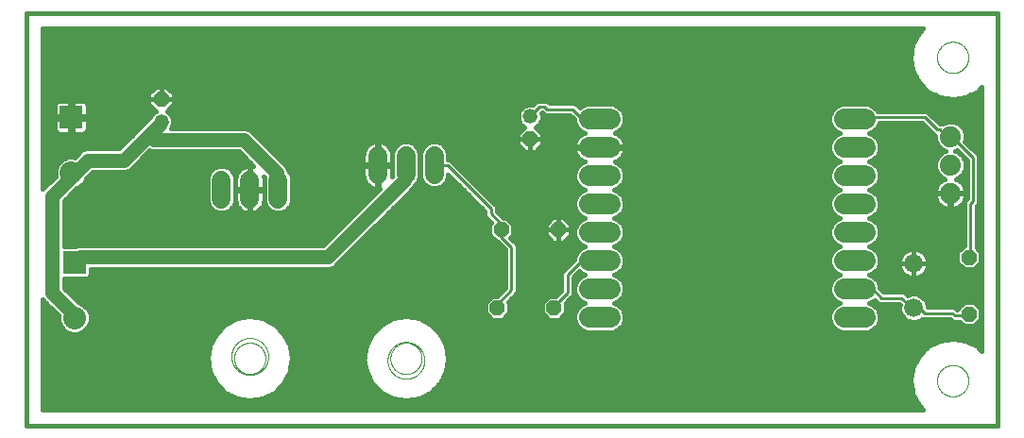
<source format=gtl>
G75*
%MOIN*%
%OFA0B0*%
%FSLAX25Y25*%
%IPPOS*%
%LPD*%
%AMOC8*
5,1,8,0,0,1.08239X$1,22.5*
%
%ADD10C,0.01600*%
%ADD11OC8,0.05200*%
%ADD12C,0.05200*%
%ADD13C,0.07400*%
%ADD14R,0.08000X0.08000*%
%ADD15C,0.08000*%
%ADD16C,0.06600*%
%ADD17C,0.07200*%
%ADD18C,0.06600*%
%ADD19C,0.00000*%
%ADD20C,0.01000*%
%ADD21C,0.05000*%
%ADD22C,0.04000*%
D10*
X0001800Y0001800D02*
X0001800Y0147469D01*
X0344320Y0147469D01*
X0344320Y0001800D01*
X0001800Y0001800D01*
X0007400Y0007400D02*
X0007400Y0046202D01*
X0008478Y0045124D01*
X0013090Y0040512D01*
X0013090Y0038599D01*
X0013942Y0036541D01*
X0015518Y0034966D01*
X0017576Y0034113D01*
X0019804Y0034113D01*
X0021862Y0034966D01*
X0023437Y0036541D01*
X0024290Y0038599D01*
X0024290Y0040827D01*
X0023437Y0042886D01*
X0021862Y0044461D01*
X0019942Y0045256D01*
X0014900Y0050298D01*
X0014900Y0053798D01*
X0023352Y0053798D01*
X0024290Y0054736D01*
X0024290Y0057100D01*
X0108816Y0057100D01*
X0110322Y0057724D01*
X0111476Y0058878D01*
X0137322Y0084724D01*
X0138476Y0085878D01*
X0138787Y0086628D01*
X0139812Y0087654D01*
X0140558Y0089454D01*
X0140558Y0098004D01*
X0139812Y0099805D01*
X0138434Y0101183D01*
X0136633Y0101929D01*
X0134684Y0101929D01*
X0132883Y0101183D01*
X0131504Y0099805D01*
X0130758Y0098004D01*
X0130758Y0089757D01*
X0130707Y0089705D01*
X0130758Y0090028D01*
X0130758Y0093429D01*
X0125958Y0093429D01*
X0125958Y0085329D01*
X0126060Y0085329D01*
X0126382Y0085380D01*
X0106302Y0065300D01*
X0019884Y0065300D01*
X0019156Y0064998D01*
X0014900Y0064998D01*
X0014900Y0081102D01*
X0019425Y0085627D01*
X0020681Y0086147D01*
X0022256Y0087722D01*
X0022776Y0088978D01*
X0025098Y0091300D01*
X0036816Y0091300D01*
X0038322Y0091924D01*
X0039476Y0093078D01*
X0045216Y0098818D01*
X0045984Y0098500D01*
X0076602Y0098500D01*
X0081718Y0093384D01*
X0080942Y0093507D01*
X0080840Y0093507D01*
X0080840Y0085407D01*
X0080240Y0085407D01*
X0080240Y0084807D01*
X0075440Y0084807D01*
X0075440Y0081406D01*
X0075566Y0080613D01*
X0075814Y0079849D01*
X0076178Y0079134D01*
X0076650Y0078485D01*
X0077218Y0077917D01*
X0077867Y0077445D01*
X0078582Y0077081D01*
X0079346Y0076833D01*
X0080139Y0076707D01*
X0080240Y0076707D01*
X0080240Y0084807D01*
X0080840Y0084807D01*
X0080840Y0076707D01*
X0080942Y0076707D01*
X0081734Y0076833D01*
X0082498Y0077081D01*
X0083213Y0077445D01*
X0083863Y0077917D01*
X0084430Y0078485D01*
X0084902Y0079134D01*
X0085266Y0079849D01*
X0085515Y0080613D01*
X0085640Y0081406D01*
X0085640Y0084807D01*
X0080840Y0084807D01*
X0080840Y0085407D01*
X0085640Y0085407D01*
X0085640Y0088808D01*
X0085517Y0089584D01*
X0085664Y0089438D01*
X0085640Y0089382D01*
X0085640Y0080832D01*
X0086386Y0079031D01*
X0087765Y0077653D01*
X0089565Y0076907D01*
X0091515Y0076907D01*
X0093316Y0077653D01*
X0094694Y0079031D01*
X0095440Y0080832D01*
X0095440Y0089382D01*
X0094694Y0091183D01*
X0094057Y0091820D01*
X0093476Y0093222D01*
X0081776Y0104922D01*
X0080622Y0106076D01*
X0079116Y0106700D01*
X0052849Y0106700D01*
X0053480Y0108224D01*
X0053480Y0109895D01*
X0052841Y0111439D01*
X0051659Y0112620D01*
X0051238Y0112795D01*
X0053680Y0115237D01*
X0053680Y0117060D01*
X0053680Y0118882D01*
X0051103Y0121460D01*
X0049280Y0121460D01*
X0047458Y0121460D01*
X0044880Y0118882D01*
X0044880Y0117060D01*
X0049280Y0117060D01*
X0049280Y0117060D01*
X0049280Y0121460D01*
X0049280Y0117060D01*
X0049280Y0117060D01*
X0044880Y0117060D01*
X0044880Y0115237D01*
X0047323Y0112795D01*
X0046901Y0112620D01*
X0045720Y0111439D01*
X0045351Y0110550D01*
X0041524Y0106722D01*
X0034302Y0099500D01*
X0022584Y0099500D01*
X0021078Y0098876D01*
X0018675Y0096473D01*
X0018623Y0096494D01*
X0016395Y0096494D01*
X0014337Y0095642D01*
X0012761Y0094067D01*
X0011909Y0092008D01*
X0011909Y0089781D01*
X0011930Y0089728D01*
X0007400Y0085198D01*
X0007400Y0141869D01*
X0318047Y0141869D01*
X0316598Y0140420D01*
X0314496Y0136295D01*
X0314496Y0136295D01*
X0313772Y0131721D01*
X0314496Y0127148D01*
X0314496Y0127148D01*
X0316598Y0123022D01*
X0319872Y0119748D01*
X0319872Y0119748D01*
X0323998Y0117646D01*
X0323998Y0117646D01*
X0328572Y0116921D01*
X0333145Y0117646D01*
X0333145Y0117646D01*
X0337271Y0119748D01*
X0338720Y0121197D01*
X0338720Y0028073D01*
X0337271Y0029521D01*
X0333145Y0031624D01*
X0328572Y0032348D01*
X0328572Y0032348D01*
X0323998Y0031624D01*
X0319872Y0029521D01*
X0316598Y0026247D01*
X0314496Y0022121D01*
X0313772Y0017548D01*
X0314496Y0012975D01*
X0314496Y0012975D01*
X0316598Y0008849D01*
X0316598Y0008849D01*
X0318047Y0007400D01*
X0007400Y0007400D01*
X0007400Y0008194D02*
X0317253Y0008194D01*
X0316117Y0009793D02*
X0007400Y0009793D01*
X0007400Y0011391D02*
X0075879Y0011391D01*
X0075967Y0011346D02*
X0075967Y0011346D01*
X0080540Y0010622D01*
X0080540Y0010622D01*
X0085114Y0011346D01*
X0089239Y0013449D01*
X0089239Y0013449D01*
X0092514Y0016723D01*
X0094616Y0020849D01*
X0095340Y0025422D01*
X0094616Y0029995D01*
X0094616Y0029995D01*
X0092514Y0034121D01*
X0092514Y0034121D01*
X0089239Y0037395D01*
X0085114Y0039498D01*
X0085114Y0039498D01*
X0080540Y0040222D01*
X0075967Y0039498D01*
X0075967Y0039498D01*
X0071841Y0037395D01*
X0068567Y0034121D01*
X0066465Y0029995D01*
X0065740Y0025422D01*
X0066465Y0020849D01*
X0068567Y0016723D01*
X0071841Y0013449D01*
X0075967Y0011346D01*
X0072742Y0012990D02*
X0007400Y0012990D01*
X0007400Y0014588D02*
X0070701Y0014588D01*
X0071841Y0013449D02*
X0071841Y0013449D01*
X0069103Y0016187D02*
X0007400Y0016187D01*
X0007400Y0017785D02*
X0068025Y0017785D01*
X0068567Y0016723D02*
X0068567Y0016723D01*
X0067211Y0019384D02*
X0007400Y0019384D01*
X0007400Y0020982D02*
X0066443Y0020982D01*
X0066465Y0020849D02*
X0066465Y0020849D01*
X0066190Y0022581D02*
X0007400Y0022581D01*
X0007400Y0024179D02*
X0065937Y0024179D01*
X0065740Y0025422D02*
X0065740Y0025422D01*
X0065796Y0025778D02*
X0007400Y0025778D01*
X0007400Y0027376D02*
X0066050Y0027376D01*
X0066303Y0028975D02*
X0007400Y0028975D01*
X0007400Y0030573D02*
X0066759Y0030573D01*
X0066465Y0029995D02*
X0066465Y0029995D01*
X0067573Y0032172D02*
X0007400Y0032172D01*
X0007400Y0033770D02*
X0068388Y0033770D01*
X0068567Y0034121D02*
X0068567Y0034121D01*
X0069814Y0035369D02*
X0022265Y0035369D01*
X0023614Y0036967D02*
X0071413Y0036967D01*
X0071841Y0037395D02*
X0071841Y0037395D01*
X0074138Y0038566D02*
X0024276Y0038566D01*
X0024290Y0040164D02*
X0080175Y0040164D01*
X0080540Y0040222D02*
X0080540Y0040222D01*
X0080905Y0040164D02*
X0135294Y0040164D01*
X0135658Y0040222D02*
X0131085Y0039498D01*
X0126959Y0037395D01*
X0123685Y0034121D01*
X0121583Y0029995D01*
X0120858Y0025422D01*
X0121583Y0020849D01*
X0121583Y0020849D01*
X0123685Y0016723D01*
X0126959Y0013449D01*
X0131085Y0011346D01*
X0135658Y0010622D01*
X0140232Y0011346D01*
X0144357Y0013449D01*
X0144357Y0013449D01*
X0147632Y0016723D01*
X0149734Y0020849D01*
X0150458Y0025422D01*
X0149734Y0029995D01*
X0149734Y0029995D01*
X0147632Y0034121D01*
X0144357Y0037395D01*
X0140232Y0039498D01*
X0140232Y0039498D01*
X0135658Y0040222D01*
X0135658Y0040222D01*
X0136023Y0040164D02*
X0164976Y0040164D01*
X0166084Y0039057D02*
X0169563Y0039057D01*
X0172024Y0041517D01*
X0172024Y0044996D01*
X0171645Y0045375D01*
X0173670Y0047400D01*
X0174900Y0048630D01*
X0174900Y0065670D01*
X0172507Y0068063D01*
X0173520Y0069076D01*
X0173520Y0072555D01*
X0171059Y0075016D01*
X0170054Y0075016D01*
X0167700Y0077370D01*
X0167700Y0079170D01*
X0166470Y0080400D01*
X0166470Y0080400D01*
X0152400Y0094470D01*
X0151170Y0095700D01*
X0150558Y0095700D01*
X0150558Y0098004D01*
X0149812Y0099805D01*
X0148434Y0101183D01*
X0146633Y0101929D01*
X0144684Y0101929D01*
X0142883Y0101183D01*
X0141504Y0099805D01*
X0140758Y0098004D01*
X0140758Y0089454D01*
X0141504Y0087654D01*
X0142883Y0086275D01*
X0144684Y0085529D01*
X0146633Y0085529D01*
X0148434Y0086275D01*
X0149812Y0087654D01*
X0150558Y0089454D01*
X0150558Y0090372D01*
X0163500Y0077430D01*
X0163500Y0075630D01*
X0165847Y0073283D01*
X0165120Y0072555D01*
X0165120Y0069076D01*
X0167580Y0066616D01*
X0168014Y0066616D01*
X0168330Y0066300D01*
X0170700Y0063930D01*
X0170700Y0050370D01*
X0167787Y0047457D01*
X0166084Y0047457D01*
X0163624Y0044996D01*
X0163624Y0041517D01*
X0166084Y0039057D01*
X0163624Y0041763D02*
X0023902Y0041763D01*
X0022961Y0043361D02*
X0163624Y0043361D01*
X0163624Y0044960D02*
X0020657Y0044960D01*
X0018640Y0046558D02*
X0165186Y0046558D01*
X0168487Y0048157D02*
X0017041Y0048157D01*
X0015443Y0049755D02*
X0170085Y0049755D01*
X0170700Y0051354D02*
X0014900Y0051354D01*
X0014900Y0052952D02*
X0170700Y0052952D01*
X0170700Y0054551D02*
X0024105Y0054551D01*
X0024290Y0056149D02*
X0170700Y0056149D01*
X0170700Y0057748D02*
X0110346Y0057748D01*
X0111476Y0058878D02*
X0111476Y0058878D01*
X0111945Y0059346D02*
X0170700Y0059346D01*
X0170700Y0060945D02*
X0113543Y0060945D01*
X0115142Y0062543D02*
X0170700Y0062543D01*
X0170488Y0064142D02*
X0116740Y0064142D01*
X0118339Y0065740D02*
X0168890Y0065740D01*
X0166857Y0067339D02*
X0119937Y0067339D01*
X0121536Y0068937D02*
X0165258Y0068937D01*
X0165120Y0070536D02*
X0123134Y0070536D01*
X0124733Y0072134D02*
X0165120Y0072134D01*
X0165397Y0073733D02*
X0126331Y0073733D01*
X0127930Y0075332D02*
X0163799Y0075332D01*
X0163500Y0076930D02*
X0129528Y0076930D01*
X0131127Y0078529D02*
X0162402Y0078529D01*
X0160803Y0080127D02*
X0132725Y0080127D01*
X0134324Y0081726D02*
X0159205Y0081726D01*
X0157606Y0083324D02*
X0135922Y0083324D01*
X0137322Y0084724D02*
X0137322Y0084724D01*
X0137521Y0084923D02*
X0156008Y0084923D01*
X0154409Y0086521D02*
X0148680Y0086521D01*
X0142637Y0086521D02*
X0138742Y0086521D01*
X0140005Y0088120D02*
X0141311Y0088120D01*
X0140758Y0089718D02*
X0140558Y0089718D01*
X0140558Y0091317D02*
X0140758Y0091317D01*
X0140758Y0092915D02*
X0140558Y0092915D01*
X0140558Y0094514D02*
X0140758Y0094514D01*
X0140758Y0096112D02*
X0140558Y0096112D01*
X0140558Y0097711D02*
X0140758Y0097711D01*
X0141299Y0099309D02*
X0140018Y0099309D01*
X0138709Y0100908D02*
X0142607Y0100908D01*
X0148709Y0100908D02*
X0175147Y0100908D01*
X0175038Y0101017D02*
X0177615Y0098439D01*
X0179438Y0098439D01*
X0181260Y0098439D01*
X0183838Y0101017D01*
X0183838Y0102839D01*
X0179438Y0102839D01*
X0179438Y0098439D01*
X0179438Y0102839D01*
X0179438Y0102839D01*
X0179438Y0102839D01*
X0183838Y0102839D01*
X0183838Y0104662D01*
X0181395Y0107104D01*
X0181817Y0107279D01*
X0182998Y0108460D01*
X0183638Y0110004D01*
X0183638Y0111675D01*
X0183464Y0112094D01*
X0183570Y0112200D01*
X0183630Y0112200D01*
X0184530Y0111300D01*
X0193530Y0111300D01*
X0195000Y0109830D01*
X0195205Y0109625D01*
X0195205Y0108955D01*
X0195996Y0107043D01*
X0197459Y0105581D01*
X0198637Y0105093D01*
X0198332Y0104993D01*
X0197574Y0104607D01*
X0196887Y0104108D01*
X0196286Y0103507D01*
X0195786Y0102819D01*
X0195400Y0102062D01*
X0195138Y0101253D01*
X0195005Y0100414D01*
X0195005Y0100189D01*
X0203805Y0100189D01*
X0203805Y0099789D01*
X0195005Y0099789D01*
X0195005Y0099564D01*
X0195138Y0098724D01*
X0195400Y0097916D01*
X0195786Y0097159D01*
X0196286Y0096471D01*
X0196887Y0095870D01*
X0197574Y0095370D01*
X0198332Y0094985D01*
X0198637Y0094885D01*
X0197459Y0094397D01*
X0195996Y0092935D01*
X0195205Y0091023D01*
X0195205Y0088955D01*
X0195996Y0087043D01*
X0197459Y0085581D01*
X0198888Y0084989D01*
X0197459Y0084397D01*
X0195996Y0082935D01*
X0195205Y0081023D01*
X0195205Y0078955D01*
X0195996Y0077043D01*
X0197459Y0075581D01*
X0198888Y0074989D01*
X0197459Y0074397D01*
X0195996Y0072935D01*
X0195205Y0071023D01*
X0195205Y0068955D01*
X0195996Y0067043D01*
X0197459Y0065581D01*
X0198888Y0064989D01*
X0197459Y0064397D01*
X0195996Y0062935D01*
X0195205Y0061023D01*
X0195205Y0060475D01*
X0195000Y0060270D01*
X0190500Y0055770D01*
X0190500Y0049470D01*
X0188487Y0047457D01*
X0186084Y0047457D01*
X0183624Y0044996D01*
X0183624Y0041517D01*
X0186084Y0039057D01*
X0189563Y0039057D01*
X0192024Y0041517D01*
X0192024Y0044996D01*
X0191995Y0045025D01*
X0193470Y0046500D01*
X0194700Y0047730D01*
X0194700Y0054030D01*
X0196855Y0056185D01*
X0197459Y0055581D01*
X0198888Y0054989D01*
X0197459Y0054397D01*
X0195996Y0052935D01*
X0195205Y0051023D01*
X0195205Y0048955D01*
X0195996Y0047043D01*
X0197459Y0045581D01*
X0198888Y0044989D01*
X0197459Y0044397D01*
X0195996Y0042935D01*
X0195205Y0041023D01*
X0195205Y0038955D01*
X0195996Y0037043D01*
X0197459Y0035581D01*
X0199370Y0034789D01*
X0208639Y0034789D01*
X0210550Y0035581D01*
X0212013Y0037043D01*
X0212805Y0038955D01*
X0212805Y0041023D01*
X0212013Y0042935D01*
X0210550Y0044397D01*
X0209122Y0044989D01*
X0210550Y0045581D01*
X0212013Y0047043D01*
X0212805Y0048955D01*
X0212805Y0051023D01*
X0212013Y0052935D01*
X0210550Y0054397D01*
X0209122Y0054989D01*
X0210550Y0055581D01*
X0212013Y0057043D01*
X0212805Y0058955D01*
X0212805Y0061023D01*
X0212013Y0062935D01*
X0210550Y0064397D01*
X0209122Y0064989D01*
X0210550Y0065581D01*
X0212013Y0067043D01*
X0212805Y0068955D01*
X0212805Y0071023D01*
X0212013Y0072935D01*
X0210550Y0074397D01*
X0209122Y0074989D01*
X0210550Y0075581D01*
X0212013Y0077043D01*
X0212805Y0078955D01*
X0212805Y0081023D01*
X0212013Y0082935D01*
X0210550Y0084397D01*
X0209122Y0084989D01*
X0210550Y0085581D01*
X0212013Y0087043D01*
X0212805Y0088955D01*
X0212805Y0091023D01*
X0212013Y0092935D01*
X0210550Y0094397D01*
X0209372Y0094885D01*
X0209678Y0094985D01*
X0210435Y0095370D01*
X0211123Y0095870D01*
X0211724Y0096471D01*
X0212223Y0097159D01*
X0212609Y0097916D01*
X0212872Y0098724D01*
X0213005Y0099564D01*
X0213005Y0099789D01*
X0204205Y0099789D01*
X0204205Y0100189D01*
X0213005Y0100189D01*
X0213005Y0100414D01*
X0212872Y0101253D01*
X0212609Y0102062D01*
X0212223Y0102819D01*
X0211724Y0103507D01*
X0211123Y0104108D01*
X0210435Y0104607D01*
X0209678Y0104993D01*
X0209372Y0105093D01*
X0210550Y0105581D01*
X0212013Y0107043D01*
X0212805Y0108955D01*
X0212805Y0111023D01*
X0212013Y0112935D01*
X0210550Y0114397D01*
X0208639Y0115189D01*
X0199370Y0115189D01*
X0197459Y0114397D01*
X0196916Y0113854D01*
X0195270Y0115500D01*
X0186270Y0115500D01*
X0185370Y0116400D01*
X0181830Y0116400D01*
X0180600Y0115170D01*
X0180412Y0114982D01*
X0180273Y0115039D01*
X0178602Y0115039D01*
X0177059Y0114400D01*
X0175877Y0113218D01*
X0175238Y0111675D01*
X0175238Y0110004D01*
X0175877Y0108460D01*
X0177059Y0107279D01*
X0177480Y0107104D01*
X0175038Y0104662D01*
X0175038Y0102839D01*
X0175038Y0101017D01*
X0175038Y0102506D02*
X0084192Y0102506D01*
X0085791Y0100908D02*
X0122324Y0100908D01*
X0122336Y0100919D02*
X0121768Y0100352D01*
X0121296Y0099702D01*
X0120932Y0098987D01*
X0120684Y0098223D01*
X0120558Y0097431D01*
X0120558Y0094029D01*
X0125358Y0094029D01*
X0125358Y0093429D01*
X0120558Y0093429D01*
X0120558Y0090028D01*
X0120684Y0089235D01*
X0120932Y0088471D01*
X0121296Y0087756D01*
X0121768Y0087107D01*
X0122336Y0086539D01*
X0122985Y0086067D01*
X0123701Y0085703D01*
X0124464Y0085455D01*
X0125257Y0085329D01*
X0125358Y0085329D01*
X0125358Y0093429D01*
X0125958Y0093429D01*
X0125958Y0094029D01*
X0125358Y0094029D01*
X0125358Y0102129D01*
X0125257Y0102129D01*
X0124464Y0102004D01*
X0123701Y0101755D01*
X0122985Y0101391D01*
X0122336Y0100919D01*
X0121096Y0099309D02*
X0087389Y0099309D01*
X0088988Y0097711D02*
X0120603Y0097711D01*
X0120558Y0096112D02*
X0090586Y0096112D01*
X0092185Y0094514D02*
X0120558Y0094514D01*
X0120558Y0092915D02*
X0093603Y0092915D01*
X0094560Y0091317D02*
X0120558Y0091317D01*
X0120607Y0089718D02*
X0095301Y0089718D01*
X0095440Y0088120D02*
X0121111Y0088120D01*
X0122361Y0086521D02*
X0095440Y0086521D01*
X0095440Y0084923D02*
X0125924Y0084923D01*
X0125958Y0086521D02*
X0125358Y0086521D01*
X0125358Y0088120D02*
X0125958Y0088120D01*
X0125958Y0089718D02*
X0125358Y0089718D01*
X0125358Y0091317D02*
X0125958Y0091317D01*
X0125958Y0092915D02*
X0125358Y0092915D01*
X0125958Y0094029D02*
X0130758Y0094029D01*
X0130758Y0097431D01*
X0130633Y0098223D01*
X0130385Y0098987D01*
X0130020Y0099702D01*
X0129548Y0100352D01*
X0128981Y0100919D01*
X0128331Y0101391D01*
X0127616Y0101755D01*
X0126853Y0102004D01*
X0126060Y0102129D01*
X0125958Y0102129D01*
X0125958Y0094029D01*
X0125958Y0094514D02*
X0125358Y0094514D01*
X0125358Y0096112D02*
X0125958Y0096112D01*
X0125958Y0097711D02*
X0125358Y0097711D01*
X0125358Y0099309D02*
X0125958Y0099309D01*
X0125958Y0100908D02*
X0125358Y0100908D01*
X0128992Y0100908D02*
X0132607Y0100908D01*
X0131299Y0099309D02*
X0130220Y0099309D01*
X0130714Y0097711D02*
X0130758Y0097711D01*
X0130758Y0096112D02*
X0130758Y0096112D01*
X0130758Y0094514D02*
X0130758Y0094514D01*
X0130758Y0092915D02*
X0130758Y0092915D01*
X0130758Y0091317D02*
X0130758Y0091317D01*
X0130709Y0089718D02*
X0130720Y0089718D01*
X0124326Y0083324D02*
X0095440Y0083324D01*
X0095440Y0081726D02*
X0122727Y0081726D01*
X0121129Y0080127D02*
X0095148Y0080127D01*
X0094191Y0078529D02*
X0119530Y0078529D01*
X0117932Y0076930D02*
X0091570Y0076930D01*
X0089510Y0076930D02*
X0082034Y0076930D01*
X0080840Y0076930D02*
X0080240Y0076930D01*
X0079046Y0076930D02*
X0071570Y0076930D01*
X0071515Y0076907D02*
X0073316Y0077653D01*
X0074694Y0079031D01*
X0075440Y0080832D01*
X0075440Y0089382D01*
X0074694Y0091183D01*
X0073316Y0092561D01*
X0071515Y0093307D01*
X0069565Y0093307D01*
X0067765Y0092561D01*
X0066386Y0091183D01*
X0065640Y0089382D01*
X0065640Y0080832D01*
X0066386Y0079031D01*
X0067765Y0077653D01*
X0069565Y0076907D01*
X0071515Y0076907D01*
X0069510Y0076930D02*
X0014900Y0076930D01*
X0014900Y0075332D02*
X0116333Y0075332D01*
X0114735Y0073733D02*
X0014900Y0073733D01*
X0014900Y0072134D02*
X0113136Y0072134D01*
X0111538Y0070536D02*
X0014900Y0070536D01*
X0014900Y0068937D02*
X0109939Y0068937D01*
X0108341Y0067339D02*
X0014900Y0067339D01*
X0014900Y0065740D02*
X0106742Y0065740D01*
X0086889Y0078529D02*
X0084462Y0078529D01*
X0085357Y0080127D02*
X0085932Y0080127D01*
X0085640Y0081726D02*
X0085640Y0081726D01*
X0085640Y0083324D02*
X0085640Y0083324D01*
X0085640Y0084923D02*
X0080840Y0084923D01*
X0080240Y0084923D02*
X0075440Y0084923D01*
X0075440Y0085407D02*
X0080240Y0085407D01*
X0080240Y0093507D01*
X0080139Y0093507D01*
X0079346Y0093381D01*
X0078582Y0093133D01*
X0077867Y0092769D01*
X0077218Y0092297D01*
X0076650Y0091730D01*
X0076178Y0091080D01*
X0075814Y0090365D01*
X0075566Y0089601D01*
X0075440Y0088808D01*
X0075440Y0085407D01*
X0075440Y0086521D02*
X0075440Y0086521D01*
X0075440Y0088120D02*
X0075440Y0088120D01*
X0075301Y0089718D02*
X0075604Y0089718D01*
X0076350Y0091317D02*
X0074560Y0091317D01*
X0072461Y0092915D02*
X0078154Y0092915D01*
X0080240Y0092915D02*
X0080840Y0092915D01*
X0080840Y0091317D02*
X0080240Y0091317D01*
X0080240Y0089718D02*
X0080840Y0089718D01*
X0080840Y0088120D02*
X0080240Y0088120D01*
X0085640Y0088120D02*
X0085640Y0088120D01*
X0085640Y0086521D02*
X0085640Y0086521D01*
X0080840Y0086521D02*
X0080240Y0086521D01*
X0080240Y0083324D02*
X0080840Y0083324D01*
X0080840Y0081726D02*
X0080240Y0081726D01*
X0080240Y0080127D02*
X0080840Y0080127D01*
X0080840Y0078529D02*
X0080240Y0078529D01*
X0076618Y0078529D02*
X0074191Y0078529D01*
X0075148Y0080127D02*
X0075724Y0080127D01*
X0075440Y0081726D02*
X0075440Y0081726D01*
X0075440Y0083324D02*
X0075440Y0083324D01*
X0065932Y0080127D02*
X0014900Y0080127D01*
X0014900Y0078529D02*
X0066889Y0078529D01*
X0065640Y0081726D02*
X0015524Y0081726D01*
X0017122Y0083324D02*
X0065640Y0083324D01*
X0065640Y0084923D02*
X0018721Y0084923D01*
X0021055Y0086521D02*
X0065640Y0086521D01*
X0065640Y0088120D02*
X0022421Y0088120D01*
X0023516Y0089718D02*
X0065779Y0089718D01*
X0066520Y0091317D02*
X0036856Y0091317D01*
X0039313Y0092915D02*
X0068619Y0092915D01*
X0077391Y0097711D02*
X0044109Y0097711D01*
X0042510Y0096112D02*
X0078990Y0096112D01*
X0080588Y0094514D02*
X0040912Y0094514D01*
X0035709Y0100908D02*
X0007400Y0100908D01*
X0007400Y0102506D02*
X0037308Y0102506D01*
X0038906Y0104105D02*
X0007400Y0104105D01*
X0007400Y0105703D02*
X0011936Y0105703D01*
X0011831Y0105885D02*
X0012068Y0105474D01*
X0012403Y0105139D01*
X0012814Y0104902D01*
X0013272Y0104780D01*
X0017029Y0104780D01*
X0017029Y0110100D01*
X0011709Y0110100D01*
X0011709Y0106343D01*
X0011831Y0105885D01*
X0011709Y0107302D02*
X0007400Y0107302D01*
X0007400Y0108900D02*
X0011709Y0108900D01*
X0017029Y0108900D02*
X0017988Y0108900D01*
X0017988Y0110100D02*
X0017029Y0110100D01*
X0017029Y0111059D01*
X0011709Y0111059D01*
X0011709Y0114816D01*
X0011831Y0115274D01*
X0012068Y0115685D01*
X0012403Y0116020D01*
X0012814Y0116257D01*
X0013272Y0116380D01*
X0017029Y0116380D01*
X0017029Y0111059D01*
X0017988Y0111059D01*
X0017988Y0116380D01*
X0021746Y0116380D01*
X0022203Y0116257D01*
X0022614Y0116020D01*
X0022949Y0115685D01*
X0023186Y0115274D01*
X0023309Y0114816D01*
X0023309Y0111059D01*
X0017988Y0111059D01*
X0017988Y0110100D01*
X0017988Y0104780D01*
X0021746Y0104780D01*
X0022203Y0104902D01*
X0022614Y0105139D01*
X0022949Y0105474D01*
X0023186Y0105885D01*
X0023309Y0106343D01*
X0023309Y0110100D01*
X0017988Y0110100D01*
X0017988Y0110499D02*
X0045301Y0110499D01*
X0046378Y0112097D02*
X0023309Y0112097D01*
X0023309Y0113696D02*
X0046422Y0113696D01*
X0044880Y0115294D02*
X0023174Y0115294D01*
X0017988Y0115294D02*
X0017029Y0115294D01*
X0017029Y0113696D02*
X0017988Y0113696D01*
X0017988Y0112097D02*
X0017029Y0112097D01*
X0017029Y0110499D02*
X0007400Y0110499D01*
X0007400Y0112097D02*
X0011709Y0112097D01*
X0011709Y0113696D02*
X0007400Y0113696D01*
X0007400Y0115294D02*
X0011843Y0115294D01*
X0007400Y0116893D02*
X0044880Y0116893D01*
X0044880Y0118491D02*
X0007400Y0118491D01*
X0007400Y0120090D02*
X0046088Y0120090D01*
X0049280Y0120090D02*
X0049280Y0120090D01*
X0049280Y0118491D02*
X0049280Y0118491D01*
X0049280Y0117060D02*
X0053680Y0117060D01*
X0049280Y0117060D01*
X0049280Y0117060D01*
X0053680Y0116893D02*
X0338720Y0116893D01*
X0338720Y0118491D02*
X0334805Y0118491D01*
X0337271Y0119748D02*
X0337271Y0119748D01*
X0337271Y0119748D01*
X0337613Y0120090D02*
X0338720Y0120090D01*
X0338720Y0115294D02*
X0195476Y0115294D01*
X0194331Y0110499D02*
X0183638Y0110499D01*
X0183733Y0112097D02*
X0183467Y0112097D01*
X0180724Y0115294D02*
X0053680Y0115294D01*
X0052139Y0113696D02*
X0176355Y0113696D01*
X0175413Y0112097D02*
X0052183Y0112097D01*
X0053230Y0110499D02*
X0175238Y0110499D01*
X0175695Y0108900D02*
X0053480Y0108900D01*
X0053098Y0107302D02*
X0177036Y0107302D01*
X0176079Y0105703D02*
X0080995Y0105703D01*
X0082594Y0104105D02*
X0175038Y0104105D01*
X0175038Y0102839D02*
X0179438Y0102839D01*
X0175038Y0102839D01*
X0179438Y0102839D02*
X0179438Y0102839D01*
X0179438Y0102506D02*
X0179438Y0102506D01*
X0179438Y0100908D02*
X0179438Y0100908D01*
X0179438Y0099309D02*
X0179438Y0099309D01*
X0182130Y0099309D02*
X0195045Y0099309D01*
X0195083Y0100908D02*
X0183729Y0100908D01*
X0183838Y0102506D02*
X0195627Y0102506D01*
X0196884Y0104105D02*
X0183838Y0104105D01*
X0182796Y0105703D02*
X0197337Y0105703D01*
X0195889Y0107302D02*
X0181840Y0107302D01*
X0183181Y0108900D02*
X0195227Y0108900D01*
X0210673Y0105703D02*
X0287337Y0105703D01*
X0287459Y0105581D02*
X0288888Y0104989D01*
X0287459Y0104397D01*
X0285996Y0102935D01*
X0285205Y0101023D01*
X0285205Y0098955D01*
X0285996Y0097043D01*
X0287459Y0095581D01*
X0288888Y0094989D01*
X0287459Y0094397D01*
X0285996Y0092935D01*
X0285205Y0091023D01*
X0285205Y0088955D01*
X0285996Y0087043D01*
X0287459Y0085581D01*
X0288888Y0084989D01*
X0287459Y0084397D01*
X0285996Y0082935D01*
X0285205Y0081023D01*
X0285205Y0078955D01*
X0285996Y0077043D01*
X0287459Y0075581D01*
X0288888Y0074989D01*
X0287459Y0074397D01*
X0285996Y0072935D01*
X0285205Y0071023D01*
X0285205Y0068955D01*
X0285996Y0067043D01*
X0287459Y0065581D01*
X0288888Y0064989D01*
X0287459Y0064397D01*
X0285996Y0062935D01*
X0285205Y0061023D01*
X0285205Y0058955D01*
X0285996Y0057043D01*
X0287459Y0055581D01*
X0288888Y0054989D01*
X0287459Y0054397D01*
X0285996Y0052935D01*
X0285205Y0051023D01*
X0285205Y0048955D01*
X0285996Y0047043D01*
X0287459Y0045581D01*
X0288888Y0044989D01*
X0287459Y0044397D01*
X0285996Y0042935D01*
X0285205Y0041023D01*
X0285205Y0038955D01*
X0285996Y0037043D01*
X0287459Y0035581D01*
X0289370Y0034789D01*
X0298639Y0034789D01*
X0300550Y0035581D01*
X0302013Y0037043D01*
X0302805Y0038955D01*
X0302805Y0041023D01*
X0302013Y0042935D01*
X0300550Y0044397D01*
X0299122Y0044989D01*
X0300550Y0045581D01*
X0301050Y0046080D01*
X0301200Y0045930D01*
X0302430Y0044700D01*
X0309630Y0044700D01*
X0309925Y0044405D01*
X0309853Y0044231D01*
X0309853Y0042282D01*
X0310599Y0040481D01*
X0311977Y0039103D01*
X0313778Y0038357D01*
X0315727Y0038357D01*
X0317528Y0039103D01*
X0317728Y0039302D01*
X0317730Y0039300D01*
X0327630Y0039300D01*
X0328530Y0038400D01*
X0331150Y0038400D01*
X0332619Y0036931D01*
X0336099Y0036931D01*
X0338559Y0039391D01*
X0338559Y0042870D01*
X0336099Y0045331D01*
X0332619Y0045331D01*
X0330159Y0042870D01*
X0330159Y0042711D01*
X0329370Y0043500D01*
X0319653Y0043500D01*
X0319653Y0044231D01*
X0318907Y0046032D01*
X0317528Y0047411D01*
X0315727Y0048157D01*
X0313778Y0048157D01*
X0312601Y0047669D01*
X0311370Y0048900D01*
X0304170Y0048900D01*
X0302805Y0050265D01*
X0302805Y0051023D01*
X0302013Y0052935D01*
X0300550Y0054397D01*
X0299122Y0054989D01*
X0300550Y0055581D01*
X0302013Y0057043D01*
X0302805Y0058955D01*
X0302805Y0061023D01*
X0302013Y0062935D01*
X0300550Y0064397D01*
X0299122Y0064989D01*
X0300550Y0065581D01*
X0302013Y0067043D01*
X0302805Y0068955D01*
X0302805Y0071023D01*
X0302013Y0072935D01*
X0300550Y0074397D01*
X0299122Y0074989D01*
X0300550Y0075581D01*
X0302013Y0077043D01*
X0302805Y0078955D01*
X0302805Y0081023D01*
X0302013Y0082935D01*
X0300550Y0084397D01*
X0299122Y0084989D01*
X0300550Y0085581D01*
X0302013Y0087043D01*
X0302805Y0088955D01*
X0302805Y0091023D01*
X0302013Y0092935D01*
X0300550Y0094397D01*
X0299122Y0094989D01*
X0300550Y0095581D01*
X0302013Y0097043D01*
X0302805Y0098955D01*
X0302805Y0101023D01*
X0302013Y0102935D01*
X0300550Y0104397D01*
X0299122Y0104989D01*
X0300550Y0105581D01*
X0302013Y0107043D01*
X0302658Y0108600D01*
X0317730Y0108600D01*
X0321000Y0105330D01*
X0322230Y0104100D01*
X0322445Y0104100D01*
X0322445Y0102636D01*
X0323252Y0100688D01*
X0324743Y0099197D01*
X0325966Y0098690D01*
X0324743Y0098183D01*
X0323252Y0096692D01*
X0322445Y0094744D01*
X0322445Y0092636D01*
X0323252Y0090688D01*
X0324743Y0089197D01*
X0325689Y0088805D01*
X0325634Y0088787D01*
X0324862Y0088394D01*
X0324162Y0087885D01*
X0323550Y0087273D01*
X0323041Y0086572D01*
X0322648Y0085801D01*
X0322380Y0084978D01*
X0322245Y0084123D01*
X0322245Y0083890D01*
X0327545Y0083890D01*
X0327545Y0083490D01*
X0322245Y0083490D01*
X0322245Y0083257D01*
X0322380Y0082402D01*
X0322648Y0081578D01*
X0323041Y0080807D01*
X0323550Y0080107D01*
X0324162Y0079495D01*
X0324862Y0078986D01*
X0325634Y0078593D01*
X0326457Y0078325D01*
X0327312Y0078190D01*
X0327545Y0078190D01*
X0327545Y0083490D01*
X0327945Y0083490D01*
X0327945Y0083890D01*
X0333245Y0083890D01*
X0333245Y0084123D01*
X0333109Y0084978D01*
X0332842Y0085801D01*
X0332449Y0086572D01*
X0331940Y0087273D01*
X0331328Y0087885D01*
X0330628Y0088394D01*
X0329856Y0088787D01*
X0329801Y0088805D01*
X0330747Y0089197D01*
X0332238Y0090688D01*
X0333045Y0092636D01*
X0333045Y0094744D01*
X0332238Y0096692D01*
X0330747Y0098183D01*
X0329523Y0098690D01*
X0330101Y0098929D01*
X0333600Y0095430D01*
X0333600Y0081870D01*
X0332700Y0080970D01*
X0332700Y0065331D01*
X0332619Y0065331D01*
X0330159Y0062870D01*
X0330159Y0059391D01*
X0332619Y0056931D01*
X0336099Y0056931D01*
X0338559Y0059391D01*
X0338559Y0062870D01*
X0336900Y0064529D01*
X0336900Y0079230D01*
X0337800Y0080130D01*
X0337800Y0097170D01*
X0332837Y0102133D01*
X0333045Y0102636D01*
X0333045Y0104744D01*
X0332238Y0106692D01*
X0330747Y0108183D01*
X0328799Y0108990D01*
X0326691Y0108990D01*
X0324915Y0108254D01*
X0324870Y0108300D01*
X0323970Y0108300D01*
X0319470Y0112800D01*
X0302069Y0112800D01*
X0302013Y0112935D01*
X0300550Y0114397D01*
X0298639Y0115189D01*
X0289370Y0115189D01*
X0287459Y0114397D01*
X0285996Y0112935D01*
X0285205Y0111023D01*
X0285205Y0108955D01*
X0285996Y0107043D01*
X0287459Y0105581D01*
X0287167Y0104105D02*
X0211126Y0104105D01*
X0212383Y0102506D02*
X0285819Y0102506D01*
X0285205Y0100908D02*
X0212927Y0100908D01*
X0212964Y0099309D02*
X0285205Y0099309D01*
X0285720Y0097711D02*
X0212504Y0097711D01*
X0211365Y0096112D02*
X0286928Y0096112D01*
X0287740Y0094514D02*
X0210269Y0094514D01*
X0212021Y0092915D02*
X0285988Y0092915D01*
X0285326Y0091317D02*
X0212683Y0091317D01*
X0212805Y0089718D02*
X0285205Y0089718D01*
X0285551Y0088120D02*
X0212459Y0088120D01*
X0211491Y0086521D02*
X0286519Y0086521D01*
X0288727Y0084923D02*
X0209282Y0084923D01*
X0211624Y0083324D02*
X0286386Y0083324D01*
X0285496Y0081726D02*
X0212514Y0081726D01*
X0212805Y0080127D02*
X0285205Y0080127D01*
X0285381Y0078529D02*
X0212628Y0078529D01*
X0211900Y0076930D02*
X0286110Y0076930D01*
X0288061Y0075332D02*
X0209949Y0075332D01*
X0211215Y0073733D02*
X0286795Y0073733D01*
X0285665Y0072134D02*
X0212344Y0072134D01*
X0212805Y0070536D02*
X0285205Y0070536D01*
X0285212Y0068937D02*
X0212798Y0068937D01*
X0212135Y0067339D02*
X0285874Y0067339D01*
X0287299Y0065740D02*
X0210710Y0065740D01*
X0210806Y0064142D02*
X0287204Y0064142D01*
X0285834Y0062543D02*
X0212175Y0062543D01*
X0212805Y0060945D02*
X0285205Y0060945D01*
X0285205Y0059346D02*
X0212805Y0059346D01*
X0212305Y0057748D02*
X0285705Y0057748D01*
X0286890Y0056149D02*
X0211119Y0056149D01*
X0210180Y0054551D02*
X0287830Y0054551D01*
X0286014Y0052952D02*
X0211995Y0052952D01*
X0212668Y0051354D02*
X0285342Y0051354D01*
X0285205Y0049755D02*
X0212805Y0049755D01*
X0212474Y0048157D02*
X0285535Y0048157D01*
X0286481Y0046558D02*
X0211528Y0046558D01*
X0209192Y0044960D02*
X0288817Y0044960D01*
X0286423Y0043361D02*
X0211586Y0043361D01*
X0212498Y0041763D02*
X0285511Y0041763D01*
X0285205Y0040164D02*
X0212805Y0040164D01*
X0212644Y0038566D02*
X0285366Y0038566D01*
X0286073Y0036967D02*
X0211937Y0036967D01*
X0210039Y0035369D02*
X0287971Y0035369D01*
X0300039Y0035369D02*
X0338720Y0035369D01*
X0338720Y0036967D02*
X0336135Y0036967D01*
X0337734Y0038566D02*
X0338720Y0038566D01*
X0338720Y0040164D02*
X0338559Y0040164D01*
X0338559Y0041763D02*
X0338720Y0041763D01*
X0338720Y0043361D02*
X0338068Y0043361D01*
X0338720Y0044960D02*
X0336470Y0044960D01*
X0338720Y0046558D02*
X0318381Y0046558D01*
X0319351Y0044960D02*
X0332248Y0044960D01*
X0330650Y0043361D02*
X0329509Y0043361D01*
X0338720Y0048157D02*
X0312113Y0048157D01*
X0309853Y0043361D02*
X0301586Y0043361D01*
X0302170Y0044960D02*
X0299192Y0044960D01*
X0302498Y0041763D02*
X0310068Y0041763D01*
X0310916Y0040164D02*
X0302805Y0040164D01*
X0302644Y0038566D02*
X0313273Y0038566D01*
X0316232Y0038566D02*
X0328364Y0038566D01*
X0332583Y0036967D02*
X0301937Y0036967D01*
X0319326Y0028975D02*
X0149896Y0028975D01*
X0150149Y0027376D02*
X0317727Y0027376D01*
X0316598Y0026247D02*
X0316598Y0026247D01*
X0316359Y0025778D02*
X0150402Y0025778D01*
X0150261Y0024179D02*
X0315544Y0024179D01*
X0314730Y0022581D02*
X0150008Y0022581D01*
X0149755Y0020982D02*
X0314316Y0020982D01*
X0314496Y0022121D02*
X0314496Y0022121D01*
X0314062Y0019384D02*
X0148987Y0019384D01*
X0149734Y0020849D02*
X0149734Y0020849D01*
X0148173Y0017785D02*
X0313809Y0017785D01*
X0313772Y0017548D02*
X0313772Y0017548D01*
X0313987Y0016187D02*
X0147095Y0016187D01*
X0147632Y0016723D02*
X0147632Y0016723D01*
X0145497Y0014588D02*
X0314240Y0014588D01*
X0314494Y0012990D02*
X0143457Y0012990D01*
X0140319Y0011391D02*
X0315303Y0011391D01*
X0319872Y0029521D02*
X0319872Y0029521D01*
X0321937Y0030573D02*
X0149440Y0030573D01*
X0148625Y0032172D02*
X0327459Y0032172D01*
X0329685Y0032172D02*
X0338720Y0032172D01*
X0338720Y0033770D02*
X0147811Y0033770D01*
X0147632Y0034121D02*
X0147632Y0034121D01*
X0146384Y0035369D02*
X0197971Y0035369D01*
X0196073Y0036967D02*
X0144786Y0036967D01*
X0144357Y0037395D02*
X0144357Y0037395D01*
X0142061Y0038566D02*
X0195366Y0038566D01*
X0195205Y0040164D02*
X0190671Y0040164D01*
X0192024Y0041763D02*
X0195511Y0041763D01*
X0196423Y0043361D02*
X0192024Y0043361D01*
X0192024Y0044960D02*
X0198817Y0044960D01*
X0196481Y0046558D02*
X0193528Y0046558D01*
X0194700Y0048157D02*
X0195535Y0048157D01*
X0195205Y0049755D02*
X0194700Y0049755D01*
X0194700Y0051354D02*
X0195342Y0051354D01*
X0194700Y0052952D02*
X0196014Y0052952D01*
X0195221Y0054551D02*
X0197830Y0054551D01*
X0196890Y0056149D02*
X0196819Y0056149D01*
X0192478Y0057748D02*
X0174900Y0057748D01*
X0174900Y0059346D02*
X0194077Y0059346D01*
X0195205Y0060945D02*
X0174900Y0060945D01*
X0174900Y0062543D02*
X0195834Y0062543D01*
X0197204Y0064142D02*
X0174900Y0064142D01*
X0174829Y0065740D02*
X0197299Y0065740D01*
X0195874Y0067339D02*
X0192065Y0067339D01*
X0191142Y0066416D02*
X0189320Y0066416D01*
X0189320Y0070816D01*
X0193720Y0070816D01*
X0193720Y0072638D01*
X0191142Y0075216D01*
X0189320Y0075216D01*
X0189320Y0070816D01*
X0189320Y0070816D01*
X0189320Y0070816D01*
X0193720Y0070816D01*
X0193720Y0068993D01*
X0191142Y0066416D01*
X0189320Y0066416D02*
X0189320Y0070816D01*
X0189320Y0075216D01*
X0187497Y0075216D01*
X0184920Y0072638D01*
X0184920Y0070816D01*
X0189320Y0070816D01*
X0189320Y0070816D01*
X0189320Y0070816D01*
X0184920Y0070816D01*
X0184920Y0068993D01*
X0187497Y0066416D01*
X0189320Y0066416D01*
X0189320Y0067339D02*
X0189320Y0067339D01*
X0189320Y0068937D02*
X0189320Y0068937D01*
X0189320Y0070536D02*
X0189320Y0070536D01*
X0189320Y0072134D02*
X0189320Y0072134D01*
X0189320Y0073733D02*
X0189320Y0073733D01*
X0192625Y0073733D02*
X0196795Y0073733D01*
X0195665Y0072134D02*
X0193720Y0072134D01*
X0193720Y0070536D02*
X0195205Y0070536D01*
X0195212Y0068937D02*
X0193664Y0068937D01*
X0186574Y0067339D02*
X0173231Y0067339D01*
X0173381Y0068937D02*
X0184975Y0068937D01*
X0184920Y0070536D02*
X0173520Y0070536D01*
X0173520Y0072134D02*
X0184920Y0072134D01*
X0186014Y0073733D02*
X0172342Y0073733D01*
X0169738Y0075332D02*
X0198061Y0075332D01*
X0196110Y0076930D02*
X0168140Y0076930D01*
X0167700Y0078529D02*
X0195381Y0078529D01*
X0195205Y0080127D02*
X0166743Y0080127D01*
X0165144Y0081726D02*
X0195496Y0081726D01*
X0196386Y0083324D02*
X0163546Y0083324D01*
X0161947Y0084923D02*
X0198727Y0084923D01*
X0196519Y0086521D02*
X0160349Y0086521D01*
X0158750Y0088120D02*
X0195551Y0088120D01*
X0195205Y0089718D02*
X0157152Y0089718D01*
X0155553Y0091317D02*
X0195326Y0091317D01*
X0195988Y0092915D02*
X0153955Y0092915D01*
X0152400Y0094470D02*
X0152400Y0094470D01*
X0152356Y0094514D02*
X0197740Y0094514D01*
X0196645Y0096112D02*
X0150558Y0096112D01*
X0150558Y0097711D02*
X0195505Y0097711D01*
X0176745Y0099309D02*
X0150018Y0099309D01*
X0150558Y0089718D02*
X0151212Y0089718D01*
X0150005Y0088120D02*
X0152811Y0088120D01*
X0212120Y0107302D02*
X0285889Y0107302D01*
X0285227Y0108900D02*
X0212782Y0108900D01*
X0212805Y0110499D02*
X0285205Y0110499D01*
X0285650Y0112097D02*
X0212360Y0112097D01*
X0211252Y0113696D02*
X0286758Y0113696D01*
X0301252Y0113696D02*
X0338720Y0113696D01*
X0338720Y0112097D02*
X0320173Y0112097D01*
X0321771Y0110499D02*
X0338720Y0110499D01*
X0338720Y0108900D02*
X0329015Y0108900D01*
X0326475Y0108900D02*
X0323370Y0108900D01*
X0319028Y0107302D02*
X0302120Y0107302D01*
X0300673Y0105703D02*
X0320627Y0105703D01*
X0322225Y0104105D02*
X0300843Y0104105D01*
X0302190Y0102506D02*
X0322498Y0102506D01*
X0323161Y0100908D02*
X0302805Y0100908D01*
X0302805Y0099309D02*
X0324630Y0099309D01*
X0324270Y0097711D02*
X0302289Y0097711D01*
X0301082Y0096112D02*
X0323012Y0096112D01*
X0322445Y0094514D02*
X0300269Y0094514D01*
X0302021Y0092915D02*
X0322445Y0092915D01*
X0322991Y0091317D02*
X0302683Y0091317D01*
X0302805Y0089718D02*
X0324221Y0089718D01*
X0324485Y0088120D02*
X0302459Y0088120D01*
X0301491Y0086521D02*
X0323015Y0086521D01*
X0322372Y0084923D02*
X0299282Y0084923D01*
X0301624Y0083324D02*
X0322245Y0083324D01*
X0322600Y0081726D02*
X0302514Y0081726D01*
X0302805Y0080127D02*
X0323535Y0080127D01*
X0325831Y0078529D02*
X0302628Y0078529D01*
X0301900Y0076930D02*
X0332700Y0076930D01*
X0332700Y0075332D02*
X0299949Y0075332D01*
X0301215Y0073733D02*
X0332700Y0073733D01*
X0332700Y0072134D02*
X0302344Y0072134D01*
X0302805Y0070536D02*
X0332700Y0070536D01*
X0332700Y0068937D02*
X0302798Y0068937D01*
X0302135Y0067339D02*
X0332700Y0067339D01*
X0332700Y0065740D02*
X0300710Y0065740D01*
X0300806Y0064142D02*
X0331431Y0064142D01*
X0330159Y0062543D02*
X0318427Y0062543D01*
X0318643Y0062327D02*
X0318075Y0062895D01*
X0317426Y0063367D01*
X0316710Y0063731D01*
X0315947Y0063979D01*
X0315154Y0064105D01*
X0314753Y0064105D01*
X0314753Y0059005D01*
X0314753Y0059005D01*
X0319853Y0059005D01*
X0319853Y0059406D01*
X0319727Y0060199D01*
X0319479Y0060962D01*
X0319115Y0061678D01*
X0318643Y0062327D01*
X0319485Y0060945D02*
X0330159Y0060945D01*
X0330204Y0059346D02*
X0319853Y0059346D01*
X0319853Y0059005D02*
X0314753Y0059005D01*
X0314753Y0059005D01*
X0314753Y0064105D01*
X0314351Y0064105D01*
X0313558Y0063979D01*
X0312795Y0063731D01*
X0312080Y0063367D01*
X0311430Y0062895D01*
X0310863Y0062327D01*
X0310391Y0061678D01*
X0310026Y0060962D01*
X0309778Y0060199D01*
X0309653Y0059406D01*
X0309653Y0059005D01*
X0314753Y0059005D01*
X0314753Y0059005D01*
X0314753Y0053905D01*
X0315154Y0053905D01*
X0315947Y0054030D01*
X0316710Y0054278D01*
X0317426Y0054643D01*
X0318075Y0055115D01*
X0318643Y0055682D01*
X0319115Y0056332D01*
X0319479Y0057047D01*
X0319727Y0057810D01*
X0319853Y0058603D01*
X0319853Y0059005D01*
X0319707Y0057748D02*
X0331802Y0057748D01*
X0336916Y0057748D02*
X0338720Y0057748D01*
X0338720Y0059346D02*
X0338514Y0059346D01*
X0338559Y0060945D02*
X0338720Y0060945D01*
X0338720Y0062543D02*
X0338559Y0062543D01*
X0338720Y0064142D02*
X0337288Y0064142D01*
X0336900Y0065740D02*
X0338720Y0065740D01*
X0338720Y0067339D02*
X0336900Y0067339D01*
X0336900Y0068937D02*
X0338720Y0068937D01*
X0338720Y0070536D02*
X0336900Y0070536D01*
X0336900Y0072134D02*
X0338720Y0072134D01*
X0338720Y0073733D02*
X0336900Y0073733D01*
X0336900Y0075332D02*
X0338720Y0075332D01*
X0338720Y0076930D02*
X0336900Y0076930D01*
X0336900Y0078529D02*
X0338720Y0078529D01*
X0338720Y0080127D02*
X0337797Y0080127D01*
X0337800Y0081726D02*
X0338720Y0081726D01*
X0338720Y0083324D02*
X0337800Y0083324D01*
X0337800Y0084923D02*
X0338720Y0084923D01*
X0338720Y0086521D02*
X0337800Y0086521D01*
X0333600Y0086521D02*
X0332475Y0086521D01*
X0333118Y0084923D02*
X0333600Y0084923D01*
X0333245Y0083490D02*
X0327945Y0083490D01*
X0327945Y0078190D01*
X0328178Y0078190D01*
X0329033Y0078325D01*
X0329856Y0078593D01*
X0330628Y0078986D01*
X0331328Y0079495D01*
X0331940Y0080107D01*
X0332449Y0080807D01*
X0332842Y0081578D01*
X0333109Y0082402D01*
X0333245Y0083257D01*
X0333245Y0083490D01*
X0333245Y0083324D02*
X0333600Y0083324D01*
X0333456Y0081726D02*
X0332890Y0081726D01*
X0332700Y0080127D02*
X0331955Y0080127D01*
X0332700Y0078529D02*
X0329659Y0078529D01*
X0327945Y0078529D02*
X0327545Y0078529D01*
X0327545Y0080127D02*
X0327945Y0080127D01*
X0327945Y0081726D02*
X0327545Y0081726D01*
X0327545Y0083324D02*
X0327945Y0083324D01*
X0331005Y0088120D02*
X0333600Y0088120D01*
X0333600Y0089718D02*
X0331269Y0089718D01*
X0332499Y0091317D02*
X0333600Y0091317D01*
X0333600Y0092915D02*
X0333045Y0092915D01*
X0333045Y0094514D02*
X0333600Y0094514D01*
X0332918Y0096112D02*
X0332478Y0096112D01*
X0331319Y0097711D02*
X0331219Y0097711D01*
X0335661Y0099309D02*
X0338720Y0099309D01*
X0338720Y0097711D02*
X0337259Y0097711D01*
X0337800Y0096112D02*
X0338720Y0096112D01*
X0338720Y0094514D02*
X0337800Y0094514D01*
X0337800Y0092915D02*
X0338720Y0092915D01*
X0338720Y0091317D02*
X0337800Y0091317D01*
X0337800Y0089718D02*
X0338720Y0089718D01*
X0338720Y0088120D02*
X0337800Y0088120D01*
X0338720Y0100908D02*
X0334062Y0100908D01*
X0332991Y0102506D02*
X0338720Y0102506D01*
X0338720Y0104105D02*
X0333045Y0104105D01*
X0332648Y0105703D02*
X0338720Y0105703D01*
X0338720Y0107302D02*
X0331628Y0107302D01*
X0328572Y0116921D02*
X0328572Y0116921D01*
X0322338Y0118491D02*
X0053680Y0118491D01*
X0052473Y0120090D02*
X0319530Y0120090D01*
X0317932Y0121688D02*
X0007400Y0121688D01*
X0007400Y0123287D02*
X0316463Y0123287D01*
X0316598Y0123022D02*
X0316598Y0123022D01*
X0315649Y0124885D02*
X0007400Y0124885D01*
X0007400Y0126484D02*
X0314834Y0126484D01*
X0314348Y0128082D02*
X0007400Y0128082D01*
X0007400Y0129681D02*
X0314095Y0129681D01*
X0313842Y0131279D02*
X0007400Y0131279D01*
X0007400Y0132878D02*
X0313955Y0132878D01*
X0313772Y0131721D02*
X0313772Y0131721D01*
X0314208Y0134476D02*
X0007400Y0134476D01*
X0007400Y0136075D02*
X0314461Y0136075D01*
X0315199Y0137673D02*
X0007400Y0137673D01*
X0007400Y0139272D02*
X0316013Y0139272D01*
X0316598Y0140420D02*
X0316598Y0140420D01*
X0317048Y0140870D02*
X0007400Y0140870D01*
X0023309Y0108900D02*
X0043702Y0108900D01*
X0042103Y0107302D02*
X0023309Y0107302D01*
X0023081Y0105703D02*
X0040505Y0105703D01*
X0022124Y0099309D02*
X0007400Y0099309D01*
X0007400Y0097711D02*
X0019912Y0097711D01*
X0015472Y0096112D02*
X0007400Y0096112D01*
X0007400Y0094514D02*
X0013208Y0094514D01*
X0012284Y0092915D02*
X0007400Y0092915D01*
X0007400Y0091317D02*
X0011909Y0091317D01*
X0011920Y0089718D02*
X0007400Y0089718D01*
X0007400Y0088120D02*
X0010321Y0088120D01*
X0008723Y0086521D02*
X0007400Y0086521D01*
X0017029Y0105703D02*
X0017988Y0105703D01*
X0017988Y0107302D02*
X0017029Y0107302D01*
X0008642Y0044960D02*
X0007400Y0044960D01*
X0007400Y0043361D02*
X0010240Y0043361D01*
X0011839Y0041763D02*
X0007400Y0041763D01*
X0007400Y0040164D02*
X0013090Y0040164D01*
X0013104Y0038566D02*
X0007400Y0038566D01*
X0007400Y0036967D02*
X0013766Y0036967D01*
X0015115Y0035369D02*
X0007400Y0035369D01*
X0085114Y0011346D02*
X0085114Y0011346D01*
X0085201Y0011391D02*
X0130997Y0011391D01*
X0127860Y0012990D02*
X0088338Y0012990D01*
X0090379Y0014588D02*
X0125820Y0014588D01*
X0124221Y0016187D02*
X0091977Y0016187D01*
X0092514Y0016723D02*
X0092514Y0016723D01*
X0093055Y0017785D02*
X0123144Y0017785D01*
X0123685Y0016723D02*
X0123685Y0016723D01*
X0122329Y0019384D02*
X0093869Y0019384D01*
X0094616Y0020849D02*
X0094616Y0020849D01*
X0094637Y0020982D02*
X0121561Y0020982D01*
X0121308Y0022581D02*
X0094890Y0022581D01*
X0095143Y0024179D02*
X0121055Y0024179D01*
X0120858Y0025422D02*
X0120858Y0025422D01*
X0120915Y0025778D02*
X0095284Y0025778D01*
X0095031Y0027376D02*
X0121168Y0027376D01*
X0121421Y0028975D02*
X0094777Y0028975D01*
X0094321Y0030573D02*
X0121877Y0030573D01*
X0121583Y0029995D02*
X0121583Y0029995D01*
X0122691Y0032172D02*
X0093507Y0032172D01*
X0092692Y0033770D02*
X0123506Y0033770D01*
X0123685Y0034121D02*
X0123685Y0034121D01*
X0124932Y0035369D02*
X0091266Y0035369D01*
X0089668Y0036967D02*
X0126531Y0036967D01*
X0126959Y0037395D02*
X0126959Y0037395D01*
X0129256Y0038566D02*
X0086943Y0038566D01*
X0089239Y0037395D02*
X0089239Y0037395D01*
X0131085Y0039498D02*
X0131085Y0039498D01*
X0170671Y0040164D02*
X0184976Y0040164D01*
X0183624Y0041763D02*
X0172024Y0041763D01*
X0172024Y0043361D02*
X0183624Y0043361D01*
X0183624Y0044960D02*
X0172024Y0044960D01*
X0172828Y0046558D02*
X0185186Y0046558D01*
X0189187Y0048157D02*
X0174427Y0048157D01*
X0174900Y0049755D02*
X0190500Y0049755D01*
X0190500Y0051354D02*
X0174900Y0051354D01*
X0174900Y0052952D02*
X0190500Y0052952D01*
X0190500Y0054551D02*
X0174900Y0054551D01*
X0174900Y0056149D02*
X0190880Y0056149D01*
X0140232Y0011346D02*
X0140232Y0011346D01*
X0135658Y0010622D02*
X0135658Y0010622D01*
X0300180Y0054551D02*
X0312260Y0054551D01*
X0312080Y0054643D02*
X0312795Y0054278D01*
X0313558Y0054030D01*
X0314351Y0053905D01*
X0314753Y0053905D01*
X0314753Y0059005D01*
X0314753Y0059005D01*
X0309653Y0059005D01*
X0309653Y0058603D01*
X0309778Y0057810D01*
X0310026Y0057047D01*
X0310391Y0056332D01*
X0310863Y0055682D01*
X0311430Y0055115D01*
X0312080Y0054643D01*
X0310523Y0056149D02*
X0301119Y0056149D01*
X0302305Y0057748D02*
X0309799Y0057748D01*
X0309653Y0059346D02*
X0302805Y0059346D01*
X0302805Y0060945D02*
X0310021Y0060945D01*
X0311079Y0062543D02*
X0302175Y0062543D01*
X0314753Y0062543D02*
X0314753Y0062543D01*
X0314753Y0060945D02*
X0314753Y0060945D01*
X0314753Y0059346D02*
X0314753Y0059346D01*
X0314753Y0057748D02*
X0314753Y0057748D01*
X0314753Y0056149D02*
X0314753Y0056149D01*
X0314753Y0054551D02*
X0314753Y0054551D01*
X0317245Y0054551D02*
X0338720Y0054551D01*
X0338720Y0056149D02*
X0318982Y0056149D01*
X0303314Y0049755D02*
X0338720Y0049755D01*
X0338720Y0051354D02*
X0302668Y0051354D01*
X0301995Y0052952D02*
X0338720Y0052952D01*
X0333145Y0031624D02*
X0333145Y0031624D01*
X0335207Y0030573D02*
X0338720Y0030573D01*
X0338720Y0028975D02*
X0337818Y0028975D01*
X0337271Y0029521D02*
X0337271Y0029521D01*
X0323998Y0031624D02*
X0323998Y0031624D01*
D11*
X0334359Y0041131D03*
X0334359Y0061131D03*
X0189320Y0070816D03*
X0169320Y0070816D03*
X0167824Y0043257D03*
X0187824Y0043257D03*
X0179438Y0102839D03*
X0049280Y0117060D03*
D12*
X0049280Y0109060D03*
X0179438Y0110839D03*
D13*
X0327745Y0103690D03*
X0327745Y0093690D03*
X0327745Y0083690D03*
D14*
X0018690Y0059398D03*
X0017509Y0110580D03*
D15*
X0017509Y0090894D03*
X0018690Y0039713D03*
D16*
X0314753Y0043257D03*
X0314753Y0059005D03*
D17*
X0297605Y0059989D02*
X0290405Y0059989D01*
X0290405Y0069989D02*
X0297605Y0069989D01*
X0297605Y0079989D02*
X0290405Y0079989D01*
X0290405Y0089989D02*
X0297605Y0089989D01*
X0297605Y0099989D02*
X0290405Y0099989D01*
X0290405Y0109989D02*
X0297605Y0109989D01*
X0207605Y0109989D02*
X0200405Y0109989D01*
X0200405Y0099989D02*
X0207605Y0099989D01*
X0207605Y0089989D02*
X0200405Y0089989D01*
X0200405Y0079989D02*
X0207605Y0079989D01*
X0207605Y0069989D02*
X0200405Y0069989D01*
X0200405Y0059989D02*
X0207605Y0059989D01*
X0207605Y0049989D02*
X0200405Y0049989D01*
X0200405Y0039989D02*
X0207605Y0039989D01*
X0290405Y0039989D02*
X0297605Y0039989D01*
X0297605Y0049989D02*
X0290405Y0049989D01*
D18*
X0145658Y0090429D02*
X0145658Y0097029D01*
X0135658Y0097029D02*
X0135658Y0090429D01*
X0125658Y0090429D02*
X0125658Y0097029D01*
X0090540Y0088407D02*
X0090540Y0081807D01*
X0080540Y0081807D02*
X0080540Y0088407D01*
X0070540Y0088407D02*
X0070540Y0081807D01*
D19*
X0074040Y0026107D02*
X0074042Y0026268D01*
X0074048Y0026428D01*
X0074058Y0026589D01*
X0074072Y0026749D01*
X0074090Y0026909D01*
X0074111Y0027068D01*
X0074137Y0027227D01*
X0074167Y0027385D01*
X0074200Y0027542D01*
X0074238Y0027699D01*
X0074279Y0027854D01*
X0074324Y0028008D01*
X0074373Y0028161D01*
X0074426Y0028313D01*
X0074482Y0028464D01*
X0074543Y0028613D01*
X0074606Y0028761D01*
X0074674Y0028907D01*
X0074745Y0029051D01*
X0074819Y0029193D01*
X0074897Y0029334D01*
X0074979Y0029472D01*
X0075064Y0029609D01*
X0075152Y0029743D01*
X0075244Y0029875D01*
X0075339Y0030005D01*
X0075437Y0030133D01*
X0075538Y0030258D01*
X0075642Y0030380D01*
X0075749Y0030500D01*
X0075859Y0030617D01*
X0075972Y0030732D01*
X0076088Y0030843D01*
X0076207Y0030952D01*
X0076328Y0031057D01*
X0076452Y0031160D01*
X0076578Y0031260D01*
X0076706Y0031356D01*
X0076837Y0031449D01*
X0076971Y0031539D01*
X0077106Y0031626D01*
X0077244Y0031709D01*
X0077383Y0031789D01*
X0077525Y0031865D01*
X0077668Y0031938D01*
X0077813Y0032007D01*
X0077960Y0032073D01*
X0078108Y0032135D01*
X0078258Y0032193D01*
X0078409Y0032248D01*
X0078562Y0032299D01*
X0078716Y0032346D01*
X0078871Y0032389D01*
X0079027Y0032428D01*
X0079183Y0032464D01*
X0079341Y0032495D01*
X0079499Y0032523D01*
X0079658Y0032547D01*
X0079818Y0032567D01*
X0079978Y0032583D01*
X0080138Y0032595D01*
X0080299Y0032603D01*
X0080460Y0032607D01*
X0080620Y0032607D01*
X0080781Y0032603D01*
X0080942Y0032595D01*
X0081102Y0032583D01*
X0081262Y0032567D01*
X0081422Y0032547D01*
X0081581Y0032523D01*
X0081739Y0032495D01*
X0081897Y0032464D01*
X0082053Y0032428D01*
X0082209Y0032389D01*
X0082364Y0032346D01*
X0082518Y0032299D01*
X0082671Y0032248D01*
X0082822Y0032193D01*
X0082972Y0032135D01*
X0083120Y0032073D01*
X0083267Y0032007D01*
X0083412Y0031938D01*
X0083555Y0031865D01*
X0083697Y0031789D01*
X0083836Y0031709D01*
X0083974Y0031626D01*
X0084109Y0031539D01*
X0084243Y0031449D01*
X0084374Y0031356D01*
X0084502Y0031260D01*
X0084628Y0031160D01*
X0084752Y0031057D01*
X0084873Y0030952D01*
X0084992Y0030843D01*
X0085108Y0030732D01*
X0085221Y0030617D01*
X0085331Y0030500D01*
X0085438Y0030380D01*
X0085542Y0030258D01*
X0085643Y0030133D01*
X0085741Y0030005D01*
X0085836Y0029875D01*
X0085928Y0029743D01*
X0086016Y0029609D01*
X0086101Y0029472D01*
X0086183Y0029334D01*
X0086261Y0029193D01*
X0086335Y0029051D01*
X0086406Y0028907D01*
X0086474Y0028761D01*
X0086537Y0028613D01*
X0086598Y0028464D01*
X0086654Y0028313D01*
X0086707Y0028161D01*
X0086756Y0028008D01*
X0086801Y0027854D01*
X0086842Y0027699D01*
X0086880Y0027542D01*
X0086913Y0027385D01*
X0086943Y0027227D01*
X0086969Y0027068D01*
X0086990Y0026909D01*
X0087008Y0026749D01*
X0087022Y0026589D01*
X0087032Y0026428D01*
X0087038Y0026268D01*
X0087040Y0026107D01*
X0087038Y0025946D01*
X0087032Y0025786D01*
X0087022Y0025625D01*
X0087008Y0025465D01*
X0086990Y0025305D01*
X0086969Y0025146D01*
X0086943Y0024987D01*
X0086913Y0024829D01*
X0086880Y0024672D01*
X0086842Y0024515D01*
X0086801Y0024360D01*
X0086756Y0024206D01*
X0086707Y0024053D01*
X0086654Y0023901D01*
X0086598Y0023750D01*
X0086537Y0023601D01*
X0086474Y0023453D01*
X0086406Y0023307D01*
X0086335Y0023163D01*
X0086261Y0023021D01*
X0086183Y0022880D01*
X0086101Y0022742D01*
X0086016Y0022605D01*
X0085928Y0022471D01*
X0085836Y0022339D01*
X0085741Y0022209D01*
X0085643Y0022081D01*
X0085542Y0021956D01*
X0085438Y0021834D01*
X0085331Y0021714D01*
X0085221Y0021597D01*
X0085108Y0021482D01*
X0084992Y0021371D01*
X0084873Y0021262D01*
X0084752Y0021157D01*
X0084628Y0021054D01*
X0084502Y0020954D01*
X0084374Y0020858D01*
X0084243Y0020765D01*
X0084109Y0020675D01*
X0083974Y0020588D01*
X0083836Y0020505D01*
X0083697Y0020425D01*
X0083555Y0020349D01*
X0083412Y0020276D01*
X0083267Y0020207D01*
X0083120Y0020141D01*
X0082972Y0020079D01*
X0082822Y0020021D01*
X0082671Y0019966D01*
X0082518Y0019915D01*
X0082364Y0019868D01*
X0082209Y0019825D01*
X0082053Y0019786D01*
X0081897Y0019750D01*
X0081739Y0019719D01*
X0081581Y0019691D01*
X0081422Y0019667D01*
X0081262Y0019647D01*
X0081102Y0019631D01*
X0080942Y0019619D01*
X0080781Y0019611D01*
X0080620Y0019607D01*
X0080460Y0019607D01*
X0080299Y0019611D01*
X0080138Y0019619D01*
X0079978Y0019631D01*
X0079818Y0019647D01*
X0079658Y0019667D01*
X0079499Y0019691D01*
X0079341Y0019719D01*
X0079183Y0019750D01*
X0079027Y0019786D01*
X0078871Y0019825D01*
X0078716Y0019868D01*
X0078562Y0019915D01*
X0078409Y0019966D01*
X0078258Y0020021D01*
X0078108Y0020079D01*
X0077960Y0020141D01*
X0077813Y0020207D01*
X0077668Y0020276D01*
X0077525Y0020349D01*
X0077383Y0020425D01*
X0077244Y0020505D01*
X0077106Y0020588D01*
X0076971Y0020675D01*
X0076837Y0020765D01*
X0076706Y0020858D01*
X0076578Y0020954D01*
X0076452Y0021054D01*
X0076328Y0021157D01*
X0076207Y0021262D01*
X0076088Y0021371D01*
X0075972Y0021482D01*
X0075859Y0021597D01*
X0075749Y0021714D01*
X0075642Y0021834D01*
X0075538Y0021956D01*
X0075437Y0022081D01*
X0075339Y0022209D01*
X0075244Y0022339D01*
X0075152Y0022471D01*
X0075064Y0022605D01*
X0074979Y0022742D01*
X0074897Y0022880D01*
X0074819Y0023021D01*
X0074745Y0023163D01*
X0074674Y0023307D01*
X0074606Y0023453D01*
X0074543Y0023601D01*
X0074482Y0023750D01*
X0074426Y0023901D01*
X0074373Y0024053D01*
X0074324Y0024206D01*
X0074279Y0024360D01*
X0074238Y0024515D01*
X0074200Y0024672D01*
X0074167Y0024829D01*
X0074137Y0024987D01*
X0074111Y0025146D01*
X0074090Y0025305D01*
X0074072Y0025465D01*
X0074058Y0025625D01*
X0074048Y0025786D01*
X0074042Y0025946D01*
X0074040Y0026107D01*
X0075028Y0025422D02*
X0075030Y0025570D01*
X0075036Y0025718D01*
X0075046Y0025866D01*
X0075060Y0026013D01*
X0075078Y0026160D01*
X0075099Y0026306D01*
X0075125Y0026452D01*
X0075155Y0026597D01*
X0075188Y0026741D01*
X0075226Y0026884D01*
X0075267Y0027026D01*
X0075312Y0027167D01*
X0075360Y0027307D01*
X0075413Y0027446D01*
X0075469Y0027583D01*
X0075529Y0027718D01*
X0075592Y0027852D01*
X0075659Y0027984D01*
X0075730Y0028114D01*
X0075804Y0028242D01*
X0075881Y0028368D01*
X0075962Y0028492D01*
X0076046Y0028614D01*
X0076133Y0028733D01*
X0076224Y0028850D01*
X0076318Y0028965D01*
X0076414Y0029077D01*
X0076514Y0029187D01*
X0076616Y0029293D01*
X0076722Y0029397D01*
X0076830Y0029498D01*
X0076941Y0029596D01*
X0077054Y0029692D01*
X0077170Y0029784D01*
X0077288Y0029873D01*
X0077409Y0029958D01*
X0077532Y0030041D01*
X0077657Y0030120D01*
X0077784Y0030196D01*
X0077913Y0030268D01*
X0078044Y0030337D01*
X0078177Y0030402D01*
X0078312Y0030463D01*
X0078448Y0030521D01*
X0078585Y0030576D01*
X0078724Y0030626D01*
X0078865Y0030673D01*
X0079006Y0030716D01*
X0079149Y0030756D01*
X0079293Y0030791D01*
X0079437Y0030823D01*
X0079583Y0030850D01*
X0079729Y0030874D01*
X0079876Y0030894D01*
X0080023Y0030910D01*
X0080170Y0030922D01*
X0080318Y0030930D01*
X0080466Y0030934D01*
X0080614Y0030934D01*
X0080762Y0030930D01*
X0080910Y0030922D01*
X0081057Y0030910D01*
X0081204Y0030894D01*
X0081351Y0030874D01*
X0081497Y0030850D01*
X0081643Y0030823D01*
X0081787Y0030791D01*
X0081931Y0030756D01*
X0082074Y0030716D01*
X0082215Y0030673D01*
X0082356Y0030626D01*
X0082495Y0030576D01*
X0082632Y0030521D01*
X0082768Y0030463D01*
X0082903Y0030402D01*
X0083036Y0030337D01*
X0083167Y0030268D01*
X0083296Y0030196D01*
X0083423Y0030120D01*
X0083548Y0030041D01*
X0083671Y0029958D01*
X0083792Y0029873D01*
X0083910Y0029784D01*
X0084026Y0029692D01*
X0084139Y0029596D01*
X0084250Y0029498D01*
X0084358Y0029397D01*
X0084464Y0029293D01*
X0084566Y0029187D01*
X0084666Y0029077D01*
X0084762Y0028965D01*
X0084856Y0028850D01*
X0084947Y0028733D01*
X0085034Y0028614D01*
X0085118Y0028492D01*
X0085199Y0028368D01*
X0085276Y0028242D01*
X0085350Y0028114D01*
X0085421Y0027984D01*
X0085488Y0027852D01*
X0085551Y0027718D01*
X0085611Y0027583D01*
X0085667Y0027446D01*
X0085720Y0027307D01*
X0085768Y0027167D01*
X0085813Y0027026D01*
X0085854Y0026884D01*
X0085892Y0026741D01*
X0085925Y0026597D01*
X0085955Y0026452D01*
X0085981Y0026306D01*
X0086002Y0026160D01*
X0086020Y0026013D01*
X0086034Y0025866D01*
X0086044Y0025718D01*
X0086050Y0025570D01*
X0086052Y0025422D01*
X0086050Y0025274D01*
X0086044Y0025126D01*
X0086034Y0024978D01*
X0086020Y0024831D01*
X0086002Y0024684D01*
X0085981Y0024538D01*
X0085955Y0024392D01*
X0085925Y0024247D01*
X0085892Y0024103D01*
X0085854Y0023960D01*
X0085813Y0023818D01*
X0085768Y0023677D01*
X0085720Y0023537D01*
X0085667Y0023398D01*
X0085611Y0023261D01*
X0085551Y0023126D01*
X0085488Y0022992D01*
X0085421Y0022860D01*
X0085350Y0022730D01*
X0085276Y0022602D01*
X0085199Y0022476D01*
X0085118Y0022352D01*
X0085034Y0022230D01*
X0084947Y0022111D01*
X0084856Y0021994D01*
X0084762Y0021879D01*
X0084666Y0021767D01*
X0084566Y0021657D01*
X0084464Y0021551D01*
X0084358Y0021447D01*
X0084250Y0021346D01*
X0084139Y0021248D01*
X0084026Y0021152D01*
X0083910Y0021060D01*
X0083792Y0020971D01*
X0083671Y0020886D01*
X0083548Y0020803D01*
X0083423Y0020724D01*
X0083296Y0020648D01*
X0083167Y0020576D01*
X0083036Y0020507D01*
X0082903Y0020442D01*
X0082768Y0020381D01*
X0082632Y0020323D01*
X0082495Y0020268D01*
X0082356Y0020218D01*
X0082215Y0020171D01*
X0082074Y0020128D01*
X0081931Y0020088D01*
X0081787Y0020053D01*
X0081643Y0020021D01*
X0081497Y0019994D01*
X0081351Y0019970D01*
X0081204Y0019950D01*
X0081057Y0019934D01*
X0080910Y0019922D01*
X0080762Y0019914D01*
X0080614Y0019910D01*
X0080466Y0019910D01*
X0080318Y0019914D01*
X0080170Y0019922D01*
X0080023Y0019934D01*
X0079876Y0019950D01*
X0079729Y0019970D01*
X0079583Y0019994D01*
X0079437Y0020021D01*
X0079293Y0020053D01*
X0079149Y0020088D01*
X0079006Y0020128D01*
X0078865Y0020171D01*
X0078724Y0020218D01*
X0078585Y0020268D01*
X0078448Y0020323D01*
X0078312Y0020381D01*
X0078177Y0020442D01*
X0078044Y0020507D01*
X0077913Y0020576D01*
X0077784Y0020648D01*
X0077657Y0020724D01*
X0077532Y0020803D01*
X0077409Y0020886D01*
X0077288Y0020971D01*
X0077170Y0021060D01*
X0077054Y0021152D01*
X0076941Y0021248D01*
X0076830Y0021346D01*
X0076722Y0021447D01*
X0076616Y0021551D01*
X0076514Y0021657D01*
X0076414Y0021767D01*
X0076318Y0021879D01*
X0076224Y0021994D01*
X0076133Y0022111D01*
X0076046Y0022230D01*
X0075962Y0022352D01*
X0075881Y0022476D01*
X0075804Y0022602D01*
X0075730Y0022730D01*
X0075659Y0022860D01*
X0075592Y0022992D01*
X0075529Y0023126D01*
X0075469Y0023261D01*
X0075413Y0023398D01*
X0075360Y0023537D01*
X0075312Y0023677D01*
X0075267Y0023818D01*
X0075226Y0023960D01*
X0075188Y0024103D01*
X0075155Y0024247D01*
X0075125Y0024392D01*
X0075099Y0024538D01*
X0075078Y0024684D01*
X0075060Y0024831D01*
X0075046Y0024978D01*
X0075036Y0025126D01*
X0075030Y0025274D01*
X0075028Y0025422D01*
X0130146Y0025422D02*
X0130148Y0025570D01*
X0130154Y0025718D01*
X0130164Y0025866D01*
X0130178Y0026013D01*
X0130196Y0026160D01*
X0130217Y0026306D01*
X0130243Y0026452D01*
X0130273Y0026597D01*
X0130306Y0026741D01*
X0130344Y0026884D01*
X0130385Y0027026D01*
X0130430Y0027167D01*
X0130478Y0027307D01*
X0130531Y0027446D01*
X0130587Y0027583D01*
X0130647Y0027718D01*
X0130710Y0027852D01*
X0130777Y0027984D01*
X0130848Y0028114D01*
X0130922Y0028242D01*
X0130999Y0028368D01*
X0131080Y0028492D01*
X0131164Y0028614D01*
X0131251Y0028733D01*
X0131342Y0028850D01*
X0131436Y0028965D01*
X0131532Y0029077D01*
X0131632Y0029187D01*
X0131734Y0029293D01*
X0131840Y0029397D01*
X0131948Y0029498D01*
X0132059Y0029596D01*
X0132172Y0029692D01*
X0132288Y0029784D01*
X0132406Y0029873D01*
X0132527Y0029958D01*
X0132650Y0030041D01*
X0132775Y0030120D01*
X0132902Y0030196D01*
X0133031Y0030268D01*
X0133162Y0030337D01*
X0133295Y0030402D01*
X0133430Y0030463D01*
X0133566Y0030521D01*
X0133703Y0030576D01*
X0133842Y0030626D01*
X0133983Y0030673D01*
X0134124Y0030716D01*
X0134267Y0030756D01*
X0134411Y0030791D01*
X0134555Y0030823D01*
X0134701Y0030850D01*
X0134847Y0030874D01*
X0134994Y0030894D01*
X0135141Y0030910D01*
X0135288Y0030922D01*
X0135436Y0030930D01*
X0135584Y0030934D01*
X0135732Y0030934D01*
X0135880Y0030930D01*
X0136028Y0030922D01*
X0136175Y0030910D01*
X0136322Y0030894D01*
X0136469Y0030874D01*
X0136615Y0030850D01*
X0136761Y0030823D01*
X0136905Y0030791D01*
X0137049Y0030756D01*
X0137192Y0030716D01*
X0137333Y0030673D01*
X0137474Y0030626D01*
X0137613Y0030576D01*
X0137750Y0030521D01*
X0137886Y0030463D01*
X0138021Y0030402D01*
X0138154Y0030337D01*
X0138285Y0030268D01*
X0138414Y0030196D01*
X0138541Y0030120D01*
X0138666Y0030041D01*
X0138789Y0029958D01*
X0138910Y0029873D01*
X0139028Y0029784D01*
X0139144Y0029692D01*
X0139257Y0029596D01*
X0139368Y0029498D01*
X0139476Y0029397D01*
X0139582Y0029293D01*
X0139684Y0029187D01*
X0139784Y0029077D01*
X0139880Y0028965D01*
X0139974Y0028850D01*
X0140065Y0028733D01*
X0140152Y0028614D01*
X0140236Y0028492D01*
X0140317Y0028368D01*
X0140394Y0028242D01*
X0140468Y0028114D01*
X0140539Y0027984D01*
X0140606Y0027852D01*
X0140669Y0027718D01*
X0140729Y0027583D01*
X0140785Y0027446D01*
X0140838Y0027307D01*
X0140886Y0027167D01*
X0140931Y0027026D01*
X0140972Y0026884D01*
X0141010Y0026741D01*
X0141043Y0026597D01*
X0141073Y0026452D01*
X0141099Y0026306D01*
X0141120Y0026160D01*
X0141138Y0026013D01*
X0141152Y0025866D01*
X0141162Y0025718D01*
X0141168Y0025570D01*
X0141170Y0025422D01*
X0141168Y0025274D01*
X0141162Y0025126D01*
X0141152Y0024978D01*
X0141138Y0024831D01*
X0141120Y0024684D01*
X0141099Y0024538D01*
X0141073Y0024392D01*
X0141043Y0024247D01*
X0141010Y0024103D01*
X0140972Y0023960D01*
X0140931Y0023818D01*
X0140886Y0023677D01*
X0140838Y0023537D01*
X0140785Y0023398D01*
X0140729Y0023261D01*
X0140669Y0023126D01*
X0140606Y0022992D01*
X0140539Y0022860D01*
X0140468Y0022730D01*
X0140394Y0022602D01*
X0140317Y0022476D01*
X0140236Y0022352D01*
X0140152Y0022230D01*
X0140065Y0022111D01*
X0139974Y0021994D01*
X0139880Y0021879D01*
X0139784Y0021767D01*
X0139684Y0021657D01*
X0139582Y0021551D01*
X0139476Y0021447D01*
X0139368Y0021346D01*
X0139257Y0021248D01*
X0139144Y0021152D01*
X0139028Y0021060D01*
X0138910Y0020971D01*
X0138789Y0020886D01*
X0138666Y0020803D01*
X0138541Y0020724D01*
X0138414Y0020648D01*
X0138285Y0020576D01*
X0138154Y0020507D01*
X0138021Y0020442D01*
X0137886Y0020381D01*
X0137750Y0020323D01*
X0137613Y0020268D01*
X0137474Y0020218D01*
X0137333Y0020171D01*
X0137192Y0020128D01*
X0137049Y0020088D01*
X0136905Y0020053D01*
X0136761Y0020021D01*
X0136615Y0019994D01*
X0136469Y0019970D01*
X0136322Y0019950D01*
X0136175Y0019934D01*
X0136028Y0019922D01*
X0135880Y0019914D01*
X0135732Y0019910D01*
X0135584Y0019910D01*
X0135436Y0019914D01*
X0135288Y0019922D01*
X0135141Y0019934D01*
X0134994Y0019950D01*
X0134847Y0019970D01*
X0134701Y0019994D01*
X0134555Y0020021D01*
X0134411Y0020053D01*
X0134267Y0020088D01*
X0134124Y0020128D01*
X0133983Y0020171D01*
X0133842Y0020218D01*
X0133703Y0020268D01*
X0133566Y0020323D01*
X0133430Y0020381D01*
X0133295Y0020442D01*
X0133162Y0020507D01*
X0133031Y0020576D01*
X0132902Y0020648D01*
X0132775Y0020724D01*
X0132650Y0020803D01*
X0132527Y0020886D01*
X0132406Y0020971D01*
X0132288Y0021060D01*
X0132172Y0021152D01*
X0132059Y0021248D01*
X0131948Y0021346D01*
X0131840Y0021447D01*
X0131734Y0021551D01*
X0131632Y0021657D01*
X0131532Y0021767D01*
X0131436Y0021879D01*
X0131342Y0021994D01*
X0131251Y0022111D01*
X0131164Y0022230D01*
X0131080Y0022352D01*
X0130999Y0022476D01*
X0130922Y0022602D01*
X0130848Y0022730D01*
X0130777Y0022860D01*
X0130710Y0022992D01*
X0130647Y0023126D01*
X0130587Y0023261D01*
X0130531Y0023398D01*
X0130478Y0023537D01*
X0130430Y0023677D01*
X0130385Y0023818D01*
X0130344Y0023960D01*
X0130306Y0024103D01*
X0130273Y0024247D01*
X0130243Y0024392D01*
X0130217Y0024538D01*
X0130196Y0024684D01*
X0130178Y0024831D01*
X0130164Y0024978D01*
X0130154Y0025126D01*
X0130148Y0025274D01*
X0130146Y0025422D01*
X0129158Y0024729D02*
X0129160Y0024890D01*
X0129166Y0025050D01*
X0129176Y0025211D01*
X0129190Y0025371D01*
X0129208Y0025531D01*
X0129229Y0025690D01*
X0129255Y0025849D01*
X0129285Y0026007D01*
X0129318Y0026164D01*
X0129356Y0026321D01*
X0129397Y0026476D01*
X0129442Y0026630D01*
X0129491Y0026783D01*
X0129544Y0026935D01*
X0129600Y0027086D01*
X0129661Y0027235D01*
X0129724Y0027383D01*
X0129792Y0027529D01*
X0129863Y0027673D01*
X0129937Y0027815D01*
X0130015Y0027956D01*
X0130097Y0028094D01*
X0130182Y0028231D01*
X0130270Y0028365D01*
X0130362Y0028497D01*
X0130457Y0028627D01*
X0130555Y0028755D01*
X0130656Y0028880D01*
X0130760Y0029002D01*
X0130867Y0029122D01*
X0130977Y0029239D01*
X0131090Y0029354D01*
X0131206Y0029465D01*
X0131325Y0029574D01*
X0131446Y0029679D01*
X0131570Y0029782D01*
X0131696Y0029882D01*
X0131824Y0029978D01*
X0131955Y0030071D01*
X0132089Y0030161D01*
X0132224Y0030248D01*
X0132362Y0030331D01*
X0132501Y0030411D01*
X0132643Y0030487D01*
X0132786Y0030560D01*
X0132931Y0030629D01*
X0133078Y0030695D01*
X0133226Y0030757D01*
X0133376Y0030815D01*
X0133527Y0030870D01*
X0133680Y0030921D01*
X0133834Y0030968D01*
X0133989Y0031011D01*
X0134145Y0031050D01*
X0134301Y0031086D01*
X0134459Y0031117D01*
X0134617Y0031145D01*
X0134776Y0031169D01*
X0134936Y0031189D01*
X0135096Y0031205D01*
X0135256Y0031217D01*
X0135417Y0031225D01*
X0135578Y0031229D01*
X0135738Y0031229D01*
X0135899Y0031225D01*
X0136060Y0031217D01*
X0136220Y0031205D01*
X0136380Y0031189D01*
X0136540Y0031169D01*
X0136699Y0031145D01*
X0136857Y0031117D01*
X0137015Y0031086D01*
X0137171Y0031050D01*
X0137327Y0031011D01*
X0137482Y0030968D01*
X0137636Y0030921D01*
X0137789Y0030870D01*
X0137940Y0030815D01*
X0138090Y0030757D01*
X0138238Y0030695D01*
X0138385Y0030629D01*
X0138530Y0030560D01*
X0138673Y0030487D01*
X0138815Y0030411D01*
X0138954Y0030331D01*
X0139092Y0030248D01*
X0139227Y0030161D01*
X0139361Y0030071D01*
X0139492Y0029978D01*
X0139620Y0029882D01*
X0139746Y0029782D01*
X0139870Y0029679D01*
X0139991Y0029574D01*
X0140110Y0029465D01*
X0140226Y0029354D01*
X0140339Y0029239D01*
X0140449Y0029122D01*
X0140556Y0029002D01*
X0140660Y0028880D01*
X0140761Y0028755D01*
X0140859Y0028627D01*
X0140954Y0028497D01*
X0141046Y0028365D01*
X0141134Y0028231D01*
X0141219Y0028094D01*
X0141301Y0027956D01*
X0141379Y0027815D01*
X0141453Y0027673D01*
X0141524Y0027529D01*
X0141592Y0027383D01*
X0141655Y0027235D01*
X0141716Y0027086D01*
X0141772Y0026935D01*
X0141825Y0026783D01*
X0141874Y0026630D01*
X0141919Y0026476D01*
X0141960Y0026321D01*
X0141998Y0026164D01*
X0142031Y0026007D01*
X0142061Y0025849D01*
X0142087Y0025690D01*
X0142108Y0025531D01*
X0142126Y0025371D01*
X0142140Y0025211D01*
X0142150Y0025050D01*
X0142156Y0024890D01*
X0142158Y0024729D01*
X0142156Y0024568D01*
X0142150Y0024408D01*
X0142140Y0024247D01*
X0142126Y0024087D01*
X0142108Y0023927D01*
X0142087Y0023768D01*
X0142061Y0023609D01*
X0142031Y0023451D01*
X0141998Y0023294D01*
X0141960Y0023137D01*
X0141919Y0022982D01*
X0141874Y0022828D01*
X0141825Y0022675D01*
X0141772Y0022523D01*
X0141716Y0022372D01*
X0141655Y0022223D01*
X0141592Y0022075D01*
X0141524Y0021929D01*
X0141453Y0021785D01*
X0141379Y0021643D01*
X0141301Y0021502D01*
X0141219Y0021364D01*
X0141134Y0021227D01*
X0141046Y0021093D01*
X0140954Y0020961D01*
X0140859Y0020831D01*
X0140761Y0020703D01*
X0140660Y0020578D01*
X0140556Y0020456D01*
X0140449Y0020336D01*
X0140339Y0020219D01*
X0140226Y0020104D01*
X0140110Y0019993D01*
X0139991Y0019884D01*
X0139870Y0019779D01*
X0139746Y0019676D01*
X0139620Y0019576D01*
X0139492Y0019480D01*
X0139361Y0019387D01*
X0139227Y0019297D01*
X0139092Y0019210D01*
X0138954Y0019127D01*
X0138815Y0019047D01*
X0138673Y0018971D01*
X0138530Y0018898D01*
X0138385Y0018829D01*
X0138238Y0018763D01*
X0138090Y0018701D01*
X0137940Y0018643D01*
X0137789Y0018588D01*
X0137636Y0018537D01*
X0137482Y0018490D01*
X0137327Y0018447D01*
X0137171Y0018408D01*
X0137015Y0018372D01*
X0136857Y0018341D01*
X0136699Y0018313D01*
X0136540Y0018289D01*
X0136380Y0018269D01*
X0136220Y0018253D01*
X0136060Y0018241D01*
X0135899Y0018233D01*
X0135738Y0018229D01*
X0135578Y0018229D01*
X0135417Y0018233D01*
X0135256Y0018241D01*
X0135096Y0018253D01*
X0134936Y0018269D01*
X0134776Y0018289D01*
X0134617Y0018313D01*
X0134459Y0018341D01*
X0134301Y0018372D01*
X0134145Y0018408D01*
X0133989Y0018447D01*
X0133834Y0018490D01*
X0133680Y0018537D01*
X0133527Y0018588D01*
X0133376Y0018643D01*
X0133226Y0018701D01*
X0133078Y0018763D01*
X0132931Y0018829D01*
X0132786Y0018898D01*
X0132643Y0018971D01*
X0132501Y0019047D01*
X0132362Y0019127D01*
X0132224Y0019210D01*
X0132089Y0019297D01*
X0131955Y0019387D01*
X0131824Y0019480D01*
X0131696Y0019576D01*
X0131570Y0019676D01*
X0131446Y0019779D01*
X0131325Y0019884D01*
X0131206Y0019993D01*
X0131090Y0020104D01*
X0130977Y0020219D01*
X0130867Y0020336D01*
X0130760Y0020456D01*
X0130656Y0020578D01*
X0130555Y0020703D01*
X0130457Y0020831D01*
X0130362Y0020961D01*
X0130270Y0021093D01*
X0130182Y0021227D01*
X0130097Y0021364D01*
X0130015Y0021502D01*
X0129937Y0021643D01*
X0129863Y0021785D01*
X0129792Y0021929D01*
X0129724Y0022075D01*
X0129661Y0022223D01*
X0129600Y0022372D01*
X0129544Y0022523D01*
X0129491Y0022675D01*
X0129442Y0022828D01*
X0129397Y0022982D01*
X0129356Y0023137D01*
X0129318Y0023294D01*
X0129285Y0023451D01*
X0129255Y0023609D01*
X0129229Y0023768D01*
X0129208Y0023927D01*
X0129190Y0024087D01*
X0129176Y0024247D01*
X0129166Y0024408D01*
X0129160Y0024568D01*
X0129158Y0024729D01*
X0323060Y0017548D02*
X0323062Y0017696D01*
X0323068Y0017844D01*
X0323078Y0017992D01*
X0323092Y0018139D01*
X0323110Y0018286D01*
X0323131Y0018432D01*
X0323157Y0018578D01*
X0323187Y0018723D01*
X0323220Y0018867D01*
X0323258Y0019010D01*
X0323299Y0019152D01*
X0323344Y0019293D01*
X0323392Y0019433D01*
X0323445Y0019572D01*
X0323501Y0019709D01*
X0323561Y0019844D01*
X0323624Y0019978D01*
X0323691Y0020110D01*
X0323762Y0020240D01*
X0323836Y0020368D01*
X0323913Y0020494D01*
X0323994Y0020618D01*
X0324078Y0020740D01*
X0324165Y0020859D01*
X0324256Y0020976D01*
X0324350Y0021091D01*
X0324446Y0021203D01*
X0324546Y0021313D01*
X0324648Y0021419D01*
X0324754Y0021523D01*
X0324862Y0021624D01*
X0324973Y0021722D01*
X0325086Y0021818D01*
X0325202Y0021910D01*
X0325320Y0021999D01*
X0325441Y0022084D01*
X0325564Y0022167D01*
X0325689Y0022246D01*
X0325816Y0022322D01*
X0325945Y0022394D01*
X0326076Y0022463D01*
X0326209Y0022528D01*
X0326344Y0022589D01*
X0326480Y0022647D01*
X0326617Y0022702D01*
X0326756Y0022752D01*
X0326897Y0022799D01*
X0327038Y0022842D01*
X0327181Y0022882D01*
X0327325Y0022917D01*
X0327469Y0022949D01*
X0327615Y0022976D01*
X0327761Y0023000D01*
X0327908Y0023020D01*
X0328055Y0023036D01*
X0328202Y0023048D01*
X0328350Y0023056D01*
X0328498Y0023060D01*
X0328646Y0023060D01*
X0328794Y0023056D01*
X0328942Y0023048D01*
X0329089Y0023036D01*
X0329236Y0023020D01*
X0329383Y0023000D01*
X0329529Y0022976D01*
X0329675Y0022949D01*
X0329819Y0022917D01*
X0329963Y0022882D01*
X0330106Y0022842D01*
X0330247Y0022799D01*
X0330388Y0022752D01*
X0330527Y0022702D01*
X0330664Y0022647D01*
X0330800Y0022589D01*
X0330935Y0022528D01*
X0331068Y0022463D01*
X0331199Y0022394D01*
X0331328Y0022322D01*
X0331455Y0022246D01*
X0331580Y0022167D01*
X0331703Y0022084D01*
X0331824Y0021999D01*
X0331942Y0021910D01*
X0332058Y0021818D01*
X0332171Y0021722D01*
X0332282Y0021624D01*
X0332390Y0021523D01*
X0332496Y0021419D01*
X0332598Y0021313D01*
X0332698Y0021203D01*
X0332794Y0021091D01*
X0332888Y0020976D01*
X0332979Y0020859D01*
X0333066Y0020740D01*
X0333150Y0020618D01*
X0333231Y0020494D01*
X0333308Y0020368D01*
X0333382Y0020240D01*
X0333453Y0020110D01*
X0333520Y0019978D01*
X0333583Y0019844D01*
X0333643Y0019709D01*
X0333699Y0019572D01*
X0333752Y0019433D01*
X0333800Y0019293D01*
X0333845Y0019152D01*
X0333886Y0019010D01*
X0333924Y0018867D01*
X0333957Y0018723D01*
X0333987Y0018578D01*
X0334013Y0018432D01*
X0334034Y0018286D01*
X0334052Y0018139D01*
X0334066Y0017992D01*
X0334076Y0017844D01*
X0334082Y0017696D01*
X0334084Y0017548D01*
X0334082Y0017400D01*
X0334076Y0017252D01*
X0334066Y0017104D01*
X0334052Y0016957D01*
X0334034Y0016810D01*
X0334013Y0016664D01*
X0333987Y0016518D01*
X0333957Y0016373D01*
X0333924Y0016229D01*
X0333886Y0016086D01*
X0333845Y0015944D01*
X0333800Y0015803D01*
X0333752Y0015663D01*
X0333699Y0015524D01*
X0333643Y0015387D01*
X0333583Y0015252D01*
X0333520Y0015118D01*
X0333453Y0014986D01*
X0333382Y0014856D01*
X0333308Y0014728D01*
X0333231Y0014602D01*
X0333150Y0014478D01*
X0333066Y0014356D01*
X0332979Y0014237D01*
X0332888Y0014120D01*
X0332794Y0014005D01*
X0332698Y0013893D01*
X0332598Y0013783D01*
X0332496Y0013677D01*
X0332390Y0013573D01*
X0332282Y0013472D01*
X0332171Y0013374D01*
X0332058Y0013278D01*
X0331942Y0013186D01*
X0331824Y0013097D01*
X0331703Y0013012D01*
X0331580Y0012929D01*
X0331455Y0012850D01*
X0331328Y0012774D01*
X0331199Y0012702D01*
X0331068Y0012633D01*
X0330935Y0012568D01*
X0330800Y0012507D01*
X0330664Y0012449D01*
X0330527Y0012394D01*
X0330388Y0012344D01*
X0330247Y0012297D01*
X0330106Y0012254D01*
X0329963Y0012214D01*
X0329819Y0012179D01*
X0329675Y0012147D01*
X0329529Y0012120D01*
X0329383Y0012096D01*
X0329236Y0012076D01*
X0329089Y0012060D01*
X0328942Y0012048D01*
X0328794Y0012040D01*
X0328646Y0012036D01*
X0328498Y0012036D01*
X0328350Y0012040D01*
X0328202Y0012048D01*
X0328055Y0012060D01*
X0327908Y0012076D01*
X0327761Y0012096D01*
X0327615Y0012120D01*
X0327469Y0012147D01*
X0327325Y0012179D01*
X0327181Y0012214D01*
X0327038Y0012254D01*
X0326897Y0012297D01*
X0326756Y0012344D01*
X0326617Y0012394D01*
X0326480Y0012449D01*
X0326344Y0012507D01*
X0326209Y0012568D01*
X0326076Y0012633D01*
X0325945Y0012702D01*
X0325816Y0012774D01*
X0325689Y0012850D01*
X0325564Y0012929D01*
X0325441Y0013012D01*
X0325320Y0013097D01*
X0325202Y0013186D01*
X0325086Y0013278D01*
X0324973Y0013374D01*
X0324862Y0013472D01*
X0324754Y0013573D01*
X0324648Y0013677D01*
X0324546Y0013783D01*
X0324446Y0013893D01*
X0324350Y0014005D01*
X0324256Y0014120D01*
X0324165Y0014237D01*
X0324078Y0014356D01*
X0323994Y0014478D01*
X0323913Y0014602D01*
X0323836Y0014728D01*
X0323762Y0014856D01*
X0323691Y0014986D01*
X0323624Y0015118D01*
X0323561Y0015252D01*
X0323501Y0015387D01*
X0323445Y0015524D01*
X0323392Y0015663D01*
X0323344Y0015803D01*
X0323299Y0015944D01*
X0323258Y0016086D01*
X0323220Y0016229D01*
X0323187Y0016373D01*
X0323157Y0016518D01*
X0323131Y0016664D01*
X0323110Y0016810D01*
X0323092Y0016957D01*
X0323078Y0017104D01*
X0323068Y0017252D01*
X0323062Y0017400D01*
X0323060Y0017548D01*
X0323060Y0131721D02*
X0323062Y0131869D01*
X0323068Y0132017D01*
X0323078Y0132165D01*
X0323092Y0132312D01*
X0323110Y0132459D01*
X0323131Y0132605D01*
X0323157Y0132751D01*
X0323187Y0132896D01*
X0323220Y0133040D01*
X0323258Y0133183D01*
X0323299Y0133325D01*
X0323344Y0133466D01*
X0323392Y0133606D01*
X0323445Y0133745D01*
X0323501Y0133882D01*
X0323561Y0134017D01*
X0323624Y0134151D01*
X0323691Y0134283D01*
X0323762Y0134413D01*
X0323836Y0134541D01*
X0323913Y0134667D01*
X0323994Y0134791D01*
X0324078Y0134913D01*
X0324165Y0135032D01*
X0324256Y0135149D01*
X0324350Y0135264D01*
X0324446Y0135376D01*
X0324546Y0135486D01*
X0324648Y0135592D01*
X0324754Y0135696D01*
X0324862Y0135797D01*
X0324973Y0135895D01*
X0325086Y0135991D01*
X0325202Y0136083D01*
X0325320Y0136172D01*
X0325441Y0136257D01*
X0325564Y0136340D01*
X0325689Y0136419D01*
X0325816Y0136495D01*
X0325945Y0136567D01*
X0326076Y0136636D01*
X0326209Y0136701D01*
X0326344Y0136762D01*
X0326480Y0136820D01*
X0326617Y0136875D01*
X0326756Y0136925D01*
X0326897Y0136972D01*
X0327038Y0137015D01*
X0327181Y0137055D01*
X0327325Y0137090D01*
X0327469Y0137122D01*
X0327615Y0137149D01*
X0327761Y0137173D01*
X0327908Y0137193D01*
X0328055Y0137209D01*
X0328202Y0137221D01*
X0328350Y0137229D01*
X0328498Y0137233D01*
X0328646Y0137233D01*
X0328794Y0137229D01*
X0328942Y0137221D01*
X0329089Y0137209D01*
X0329236Y0137193D01*
X0329383Y0137173D01*
X0329529Y0137149D01*
X0329675Y0137122D01*
X0329819Y0137090D01*
X0329963Y0137055D01*
X0330106Y0137015D01*
X0330247Y0136972D01*
X0330388Y0136925D01*
X0330527Y0136875D01*
X0330664Y0136820D01*
X0330800Y0136762D01*
X0330935Y0136701D01*
X0331068Y0136636D01*
X0331199Y0136567D01*
X0331328Y0136495D01*
X0331455Y0136419D01*
X0331580Y0136340D01*
X0331703Y0136257D01*
X0331824Y0136172D01*
X0331942Y0136083D01*
X0332058Y0135991D01*
X0332171Y0135895D01*
X0332282Y0135797D01*
X0332390Y0135696D01*
X0332496Y0135592D01*
X0332598Y0135486D01*
X0332698Y0135376D01*
X0332794Y0135264D01*
X0332888Y0135149D01*
X0332979Y0135032D01*
X0333066Y0134913D01*
X0333150Y0134791D01*
X0333231Y0134667D01*
X0333308Y0134541D01*
X0333382Y0134413D01*
X0333453Y0134283D01*
X0333520Y0134151D01*
X0333583Y0134017D01*
X0333643Y0133882D01*
X0333699Y0133745D01*
X0333752Y0133606D01*
X0333800Y0133466D01*
X0333845Y0133325D01*
X0333886Y0133183D01*
X0333924Y0133040D01*
X0333957Y0132896D01*
X0333987Y0132751D01*
X0334013Y0132605D01*
X0334034Y0132459D01*
X0334052Y0132312D01*
X0334066Y0132165D01*
X0334076Y0132017D01*
X0334082Y0131869D01*
X0334084Y0131721D01*
X0334082Y0131573D01*
X0334076Y0131425D01*
X0334066Y0131277D01*
X0334052Y0131130D01*
X0334034Y0130983D01*
X0334013Y0130837D01*
X0333987Y0130691D01*
X0333957Y0130546D01*
X0333924Y0130402D01*
X0333886Y0130259D01*
X0333845Y0130117D01*
X0333800Y0129976D01*
X0333752Y0129836D01*
X0333699Y0129697D01*
X0333643Y0129560D01*
X0333583Y0129425D01*
X0333520Y0129291D01*
X0333453Y0129159D01*
X0333382Y0129029D01*
X0333308Y0128901D01*
X0333231Y0128775D01*
X0333150Y0128651D01*
X0333066Y0128529D01*
X0332979Y0128410D01*
X0332888Y0128293D01*
X0332794Y0128178D01*
X0332698Y0128066D01*
X0332598Y0127956D01*
X0332496Y0127850D01*
X0332390Y0127746D01*
X0332282Y0127645D01*
X0332171Y0127547D01*
X0332058Y0127451D01*
X0331942Y0127359D01*
X0331824Y0127270D01*
X0331703Y0127185D01*
X0331580Y0127102D01*
X0331455Y0127023D01*
X0331328Y0126947D01*
X0331199Y0126875D01*
X0331068Y0126806D01*
X0330935Y0126741D01*
X0330800Y0126680D01*
X0330664Y0126622D01*
X0330527Y0126567D01*
X0330388Y0126517D01*
X0330247Y0126470D01*
X0330106Y0126427D01*
X0329963Y0126387D01*
X0329819Y0126352D01*
X0329675Y0126320D01*
X0329529Y0126293D01*
X0329383Y0126269D01*
X0329236Y0126249D01*
X0329089Y0126233D01*
X0328942Y0126221D01*
X0328794Y0126213D01*
X0328646Y0126209D01*
X0328498Y0126209D01*
X0328350Y0126213D01*
X0328202Y0126221D01*
X0328055Y0126233D01*
X0327908Y0126249D01*
X0327761Y0126269D01*
X0327615Y0126293D01*
X0327469Y0126320D01*
X0327325Y0126352D01*
X0327181Y0126387D01*
X0327038Y0126427D01*
X0326897Y0126470D01*
X0326756Y0126517D01*
X0326617Y0126567D01*
X0326480Y0126622D01*
X0326344Y0126680D01*
X0326209Y0126741D01*
X0326076Y0126806D01*
X0325945Y0126875D01*
X0325816Y0126947D01*
X0325689Y0127023D01*
X0325564Y0127102D01*
X0325441Y0127185D01*
X0325320Y0127270D01*
X0325202Y0127359D01*
X0325086Y0127451D01*
X0324973Y0127547D01*
X0324862Y0127645D01*
X0324754Y0127746D01*
X0324648Y0127850D01*
X0324546Y0127956D01*
X0324446Y0128066D01*
X0324350Y0128178D01*
X0324256Y0128293D01*
X0324165Y0128410D01*
X0324078Y0128529D01*
X0323994Y0128651D01*
X0323913Y0128775D01*
X0323836Y0128901D01*
X0323762Y0129029D01*
X0323691Y0129159D01*
X0323624Y0129291D01*
X0323561Y0129425D01*
X0323501Y0129560D01*
X0323445Y0129697D01*
X0323392Y0129836D01*
X0323344Y0129976D01*
X0323299Y0130117D01*
X0323258Y0130259D01*
X0323220Y0130402D01*
X0323187Y0130546D01*
X0323157Y0130691D01*
X0323131Y0130837D01*
X0323110Y0130983D01*
X0323092Y0131130D01*
X0323078Y0131277D01*
X0323068Y0131425D01*
X0323062Y0131573D01*
X0323060Y0131721D01*
D20*
X0318600Y0110700D02*
X0294300Y0110700D01*
X0294005Y0109989D01*
X0318600Y0110700D02*
X0323100Y0106200D01*
X0324000Y0106200D01*
X0325800Y0104400D01*
X0327600Y0104400D01*
X0327745Y0103690D01*
X0328500Y0103500D01*
X0335700Y0096300D01*
X0335700Y0081000D01*
X0334800Y0080100D01*
X0334800Y0061200D01*
X0334359Y0061131D01*
X0314100Y0043200D02*
X0310500Y0046800D01*
X0303300Y0046800D01*
X0300600Y0049500D01*
X0294300Y0049500D01*
X0294005Y0049989D01*
X0314100Y0043200D02*
X0314753Y0043257D01*
X0315000Y0043200D01*
X0316800Y0043200D01*
X0318600Y0041400D01*
X0328500Y0041400D01*
X0329400Y0040500D01*
X0333900Y0040500D01*
X0334359Y0041131D01*
X0204005Y0059989D02*
X0203400Y0059400D01*
X0197100Y0059400D01*
X0192600Y0054900D01*
X0192600Y0048600D01*
X0188100Y0044100D01*
X0187824Y0043257D01*
X0172800Y0049500D02*
X0172800Y0064800D01*
X0169200Y0068400D01*
X0169200Y0070200D01*
X0169320Y0070816D01*
X0169200Y0071100D01*
X0169200Y0072900D01*
X0165600Y0076500D01*
X0165600Y0078300D01*
X0150300Y0093600D01*
X0145800Y0093600D01*
X0145658Y0093729D01*
X0179438Y0110839D02*
X0180000Y0111600D01*
X0182700Y0114300D01*
X0184500Y0114300D01*
X0185400Y0113400D01*
X0194400Y0113400D01*
X0197100Y0110700D01*
X0203400Y0110700D01*
X0204005Y0109989D01*
X0090540Y0085107D02*
X0090000Y0085500D01*
X0046800Y0102600D02*
X0045000Y0104400D01*
X0048600Y0108000D02*
X0048600Y0108900D01*
X0049280Y0109060D01*
X0017509Y0090894D02*
X0018000Y0090000D01*
X0018000Y0041400D02*
X0018000Y0040500D01*
X0167824Y0043257D02*
X0168300Y0044100D01*
X0168300Y0045000D01*
X0172800Y0049500D01*
D21*
X0135000Y0088200D02*
X0108000Y0061200D01*
X0020700Y0061200D01*
X0018900Y0059400D02*
X0018690Y0059398D01*
X0010800Y0048600D02*
X0010800Y0082800D01*
X0018000Y0090000D01*
X0023400Y0095400D01*
X0036000Y0095400D01*
X0045000Y0104400D01*
X0048600Y0108000D01*
X0046800Y0102600D02*
X0078300Y0102600D01*
X0090000Y0090900D01*
X0090000Y0085500D01*
X0135000Y0088200D02*
X0135000Y0093600D01*
X0018000Y0041400D02*
X0010800Y0048600D01*
X0018000Y0040500D02*
X0018690Y0039713D01*
D22*
X0018900Y0059400D02*
X0020700Y0061200D01*
X0135000Y0093600D02*
X0135658Y0093729D01*
M02*

</source>
